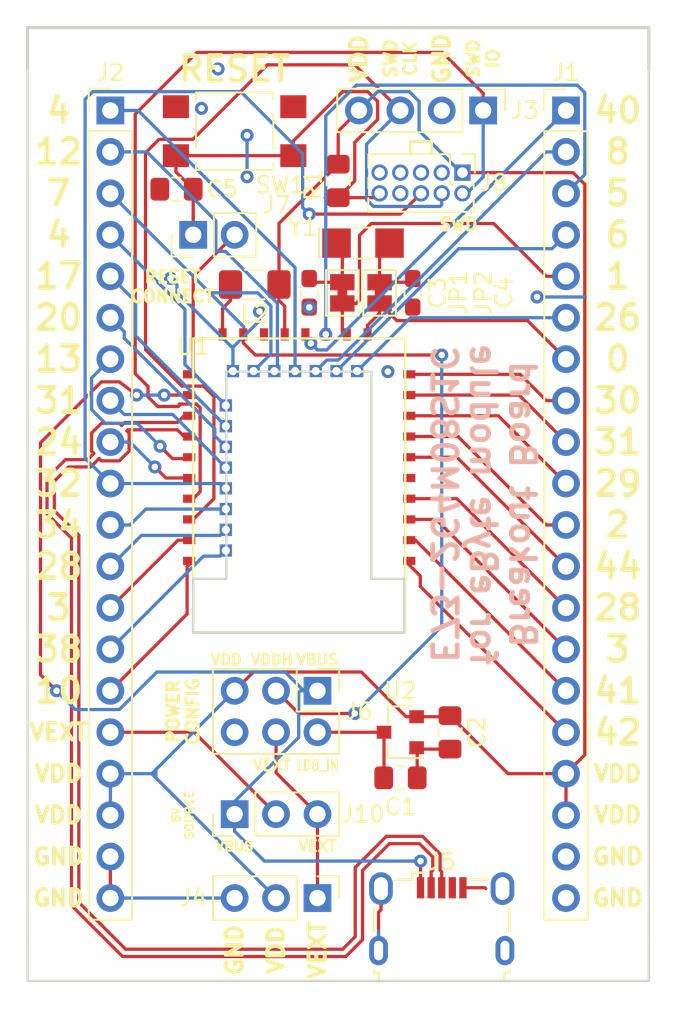
<source format=kicad_pcb>
(kicad_pcb (version 20171130) (host pcbnew 5.0.1)

  (general
    (thickness 1.6)
    (drawings 79)
    (tracks 373)
    (zones 0)
    (modules 22)
    (nets 52)
  )

  (page A4)
  (layers
    (0 F.Cu signal)
    (31 B.Cu signal)
    (32 B.Adhes user)
    (33 F.Adhes user)
    (34 B.Paste user)
    (35 F.Paste user)
    (36 B.SilkS user)
    (37 F.SilkS user)
    (38 B.Mask user)
    (39 F.Mask user)
    (40 Dwgs.User user)
    (41 Cmts.User user)
    (42 Eco1.User user)
    (43 Eco2.User user)
    (44 Edge.Cuts user)
    (45 Margin user)
    (46 B.CrtYd user)
    (47 F.CrtYd user)
    (48 B.Fab user)
    (49 F.Fab user)
  )

  (setup
    (last_trace_width 0.2)
    (trace_clearance 0.2)
    (zone_clearance 0.508)
    (zone_45_only no)
    (trace_min 0.2)
    (segment_width 0.2)
    (edge_width 0.15)
    (via_size 0.8)
    (via_drill 0.4)
    (via_min_size 0.4)
    (via_min_drill 0.3)
    (uvia_size 0.3)
    (uvia_drill 0.1)
    (uvias_allowed no)
    (uvia_min_size 0.2)
    (uvia_min_drill 0.1)
    (pcb_text_width 0.3)
    (pcb_text_size 1.5 1.5)
    (mod_edge_width 0.15)
    (mod_text_size 1 1)
    (mod_text_width 0.15)
    (pad_size 1.524 1.524)
    (pad_drill 0.762)
    (pad_to_mask_clearance 0.051)
    (solder_mask_min_width 0.25)
    (aux_axis_origin 0 0)
    (visible_elements FFFFFF7F)
    (pcbplotparams
      (layerselection 0x010fc_ffffffff)
      (usegerberextensions false)
      (usegerberattributes false)
      (usegerberadvancedattributes false)
      (creategerberjobfile false)
      (excludeedgelayer true)
      (linewidth 0.100000)
      (plotframeref false)
      (viasonmask false)
      (mode 1)
      (useauxorigin false)
      (hpglpennumber 1)
      (hpglpenspeed 20)
      (hpglpendiameter 15.000000)
      (psnegative false)
      (psa4output false)
      (plotreference true)
      (plotvalue true)
      (plotinvisibletext false)
      (padsonsilk false)
      (subtractmaskfromsilk false)
      (outputformat 1)
      (mirror false)
      (drillshape 0)
      (scaleselection 1)
      (outputdirectory "gerber"))
  )

  (net 0 "")
  (net 1 VDD)
  (net 2 GND)
  (net 3 SWDIO)
  (net 4 SWDCLK)
  (net 5 26)
  (net 6 !RST)
  (net 7 LDO_IN)
  (net 8 VEXT)
  (net 9 VBUS)
  (net 10 D-)
  (net 11 D+)
  (net 12 VDDH)
  (net 13 "Net-(L2-Pad2)")
  (net 14 9)
  (net 15 8)
  (net 16 7)
  (net 17 6)
  (net 18 5)
  (net 19 4)
  (net 20 3)
  (net 21 2)
  (net 22 31)
  (net 23 30)
  (net 24 29)
  (net 25 28)
  (net 26 22)
  (net 27 20)
  (net 28 17)
  (net 29 15)
  (net 30 13)
  (net 31 12)
  (net 32 10)
  (net 33 32)
  (net 34 42)
  (net 35 41)
  (net 36 44)
  (net 37 0)
  (net 38 1)
  (net 39 40)
  (net 40 34)
  (net 41 XL1)
  (net 42 XL2)
  (net 43 24)
  (net 44 38)
  (net 45 36)
  (net 46 18)
  (net 47 5V)
  (net 48 "Net-(J5-Pad4)")
  (net 49 "Net-(J6-Pad6)")
  (net 50 "Net-(J8-Pad7)")
  (net 51 "Net-(J8-Pad8)")

  (net_class Default "Dit is de standaard class."
    (clearance 0.2)
    (trace_width 0.2)
    (via_dia 0.8)
    (via_drill 0.4)
    (uvia_dia 0.3)
    (uvia_drill 0.1)
    (add_net !RST)
    (add_net 0)
    (add_net 1)
    (add_net 10)
    (add_net 12)
    (add_net 13)
    (add_net 15)
    (add_net 17)
    (add_net 18)
    (add_net 2)
    (add_net 20)
    (add_net 22)
    (add_net 24)
    (add_net 26)
    (add_net 28)
    (add_net 29)
    (add_net 3)
    (add_net 30)
    (add_net 31)
    (add_net 32)
    (add_net 34)
    (add_net 36)
    (add_net 38)
    (add_net 4)
    (add_net 40)
    (add_net 41)
    (add_net 42)
    (add_net 44)
    (add_net 5)
    (add_net 5V)
    (add_net 6)
    (add_net 7)
    (add_net 8)
    (add_net 9)
    (add_net D+)
    (add_net D-)
    (add_net GND)
    (add_net LDO_IN)
    (add_net "Net-(J5-Pad4)")
    (add_net "Net-(J6-Pad6)")
    (add_net "Net-(J8-Pad7)")
    (add_net "Net-(J8-Pad8)")
    (add_net "Net-(L2-Pad2)")
    (add_net SWDCLK)
    (add_net SWDIO)
    (add_net VBUS)
    (add_net VDD)
    (add_net VDDH)
    (add_net VEXT)
    (add_net XL1)
    (add_net XL2)
  )

  (module libp:E73-C (layer F.Cu) (tedit 5BEC9C20) (tstamp 5BECA919)
    (at 142.24 69.85)
    (path /5BE7291E)
    (fp_text reference U1 (at 0 0.5) (layer F.SilkS)
      (effects (font (size 1 1) (thickness 0.15)))
    )
    (fp_text value E73-C (at 0 -0.5) (layer F.Fab)
      (effects (font (size 1 1) (thickness 0.15)))
    )
    (fp_line (start 0 18) (end 0 0) (layer F.SilkS) (width 0.15))
    (fp_line (start 13 18) (end 0 18) (layer F.SilkS) (width 0.15))
    (fp_line (start 13 0) (end 13 18) (layer F.SilkS) (width 0.15))
    (fp_line (start 0 0) (end 13 0) (layer F.SilkS) (width 0.15))
    (pad 1 smd rect (at 13 13.63) (size 0.75 0.5) (drill (offset 0.25 0)) (layers F.Cu F.Paste F.Mask)
      (net 34 42))
    (pad 2 smd rect (at 13 12.36) (size 0.75 0.5) (drill (offset 0.25 0)) (layers F.Cu F.Paste F.Mask)
      (net 35 41))
    (pad 3 smd rect (at 13 11.09) (size 0.75 0.5) (drill (offset 0.25 0)) (layers F.Cu F.Paste F.Mask)
      (net 20 3))
    (pad 4 smd rect (at 13 9.82) (size 0.75 0.5) (drill (offset 0.25 0)) (layers F.Cu F.Paste F.Mask)
      (net 25 28))
    (pad 5 smd rect (at 13 8.55) (size 0.75 0.5) (drill (offset 0.25 0)) (layers F.Cu F.Paste F.Mask)
      (net 2 GND))
    (pad 6 smd rect (at 13 7.28) (size 0.75 0.5) (drill (offset 0.25 0)) (layers F.Cu F.Paste F.Mask)
      (net 36 44))
    (pad 7 smd rect (at 13 6.01) (size 0.75 0.5) (drill (offset 0.25 0)) (layers F.Cu F.Paste F.Mask)
      (net 21 2))
    (pad 8 smd rect (at 13 4.74) (size 0.75 0.5) (drill (offset 0.25 0)) (layers F.Cu F.Paste F.Mask)
      (net 24 29))
    (pad 9 smd rect (at 13 3.47) (size 0.75 0.5) (drill (offset 0.25 0)) (layers F.Cu F.Paste F.Mask)
      (net 22 31))
    (pad 10 smd rect (at 13 2.2) (size 0.75 0.5) (drill (offset 0.25 0)) (layers F.Cu F.Paste F.Mask)
      (net 23 30))
    (pad 12 thru_hole rect (at 10.055 2) (size 0.75 0.75) (drill 0.5) (layers *.Cu *.Mask)
      (net 5 26))
    (pad 14 thru_hole rect (at 8.785 2) (size 0.75 0.75) (drill 0.5) (layers *.Cu *.Mask)
      (net 17 6))
    (pad 16 thru_hole rect (at 7.515 2) (size 0.75 0.75) (drill 0.5) (layers *.Cu *.Mask)
      (net 15 8))
    (pad 18 thru_hole rect (at 6.245 2) (size 0.75 0.75) (drill 0.5) (layers *.Cu *.Mask)
      (net 19 4))
    (pad 20 thru_hole rect (at 4.975 2) (size 0.75 0.75) (drill 0.5) (layers *.Cu *.Mask)
      (net 31 12))
    (pad 22 thru_hole rect (at 3.705 2) (size 0.75 0.75) (drill 0.5) (layers *.Cu *.Mask)
      (net 16 7))
    (pad 24 thru_hole rect (at 2.435 2) (size 0.75 0.75) (drill 0.5) (layers *.Cu *.Mask)
      (net 2 GND))
    (pad 11 smd rect (at 10.69 0) (size 0.5 0.75) (drill (offset 0 -0.25)) (layers F.Cu F.Paste F.Mask)
      (net 37 0))
    (pad 13 smd rect (at 9.42 0) (size 0.5 0.75) (drill (offset 0 -0.25)) (layers F.Cu F.Paste F.Mask)
      (net 38 1))
    (pad 15 smd rect (at 8.15 0) (size 0.5 0.75) (drill (offset 0 -0.25)) (layers F.Cu F.Paste F.Mask)
      (net 18 5))
    (pad 17 smd rect (at 6.88 0) (size 0.5 0.75) (drill (offset 0 -0.25)) (layers F.Cu F.Paste F.Mask)
      (net 39 40))
    (pad 19 smd rect (at 5.61 0) (size 0.5 0.75) (drill (offset 0 -0.25)) (layers F.Cu F.Paste F.Mask)
      (net 1 VDD))
    (pad 21 smd rect (at 4.34 0) (size 0.5 0.75) (drill (offset 0 -0.25)) (layers F.Cu F.Paste F.Mask)
      (net 2 GND))
    (pad 23 smd rect (at 3.07 0) (size 0.5 0.75) (drill (offset 0 -0.25)) (layers F.Cu F.Paste F.Mask)
      (net 12 VDDH))
    (pad 25 smd rect (at 1.8 0) (size 0.5 0.75) (drill (offset 0 -0.25)) (layers F.Cu F.Paste F.Mask)
      (net 13 "Net-(L2-Pad2)"))
    (pad 42 thru_hole rect (at 2 12.995) (size 0.75 0.75) (drill 0.5) (layers *.Cu *.Mask)
      (net 44 38))
    (pad 40 thru_hole rect (at 2 11.725) (size 0.75 0.75) (drill 0.5) (layers *.Cu *.Mask)
      (net 45 36))
    (pad 38 thru_hole rect (at 2 10.455) (size 0.75 0.75) (drill 0.5) (layers *.Cu *.Mask)
      (net 40 34))
    (pad 36 thru_hole rect (at 2 9.185) (size 0.75 0.75) (drill 0.5) (layers *.Cu *.Mask)
      (net 33 32))
    (pad 34 thru_hole rect (at 2 7.915) (size 0.75 0.75) (drill 0.5) (layers *.Cu *.Mask)
      (net 26 22))
    (pad 32 thru_hole rect (at 2 6.645) (size 0.75 0.75) (drill 0.5) (layers *.Cu *.Mask)
      (net 27 20))
    (pad 30 thru_hole rect (at 2 5.375) (size 0.75 0.75) (drill 0.5) (layers *.Cu *.Mask)
      (net 28 17))
    (pad 28 thru_hole rect (at 2 4.105) (size 0.75 0.75) (drill 0.5) (layers *.Cu *.Mask)
      (net 29 15))
    (pad 43 smd rect (at 0 13.63) (size 0.75 0.5) (drill (offset -0.25 0)) (layers F.Cu F.Paste F.Mask)
      (net 32 10))
    (pad 41 smd rect (at 0 12.36) (size 0.75 0.5) (drill (offset -0.25 0)) (layers F.Cu F.Paste F.Mask)
      (net 14 9))
    (pad 39 smd rect (at 0 11.09) (size 0.75 0.5) (drill (offset -0.25 0)) (layers F.Cu F.Paste F.Mask)
      (net 4 SWDCLK))
    (pad 37 smd rect (at 0 9.82) (size 0.75 0.5) (drill (offset -0.25 0)) (layers F.Cu F.Paste F.Mask)
      (net 3 SWDIO))
    (pad 35 smd rect (at 0 8.55) (size 0.75 0.5) (drill (offset -0.25 0)) (layers F.Cu F.Paste F.Mask)
      (net 43 24))
    (pad 33 smd rect (at 0 7.28) (size 0.75 0.5) (drill (offset -0.25 0)) (layers F.Cu F.Paste F.Mask)
      (net 30 13))
    (pad 31 smd rect (at 0 6.01) (size 0.75 0.5) (drill (offset -0.25 0)) (layers F.Cu F.Paste F.Mask)
      (net 11 D+))
    (pad 29 smd rect (at 0 4.74) (size 0.75 0.5) (drill (offset -0.25 0)) (layers F.Cu F.Paste F.Mask)
      (net 10 D-))
    (pad 27 smd rect (at 0 3.47) (size 0.75 0.5) (drill (offset -0.25 0)) (layers F.Cu F.Paste F.Mask)
      (net 9 VBUS))
    (pad 26 smd rect (at 0 2.2) (size 0.75 0.5) (drill (offset -0.25 0)) (layers F.Cu F.Paste F.Mask)
      (net 46 18))
  )

  (module Capacitor_SMD:C_0805_2012Metric_Pad1.15x1.40mm_HandSolder (layer F.Cu) (tedit 5B36C52B) (tstamp 5C0845CA)
    (at 141.215 60.706)
    (descr "Capacitor SMD 0805 (2012 Metric), square (rectangular) end terminal, IPC_7351 nominal with elongated pad for handsoldering. (Body size source: https://docs.google.com/spreadsheets/d/1BsfQQcO9C6DZCsRaXUlFlo91Tg2WpOkGARC1WS5S8t0/edit?usp=sharing), generated with kicad-footprint-generator")
    (tags "capacitor handsolder")
    (path /5BEDE7D7)
    (attr smd)
    (fp_text reference C5 (at 2.803 0) (layer F.SilkS)
      (effects (font (size 1 1) (thickness 0.15)))
    )
    (fp_text value C_Small (at 0 1.65) (layer F.Fab)
      (effects (font (size 1 1) (thickness 0.15)))
    )
    (fp_line (start -1 0.6) (end -1 -0.6) (layer F.Fab) (width 0.1))
    (fp_line (start -1 -0.6) (end 1 -0.6) (layer F.Fab) (width 0.1))
    (fp_line (start 1 -0.6) (end 1 0.6) (layer F.Fab) (width 0.1))
    (fp_line (start 1 0.6) (end -1 0.6) (layer F.Fab) (width 0.1))
    (fp_line (start -0.261252 -0.71) (end 0.261252 -0.71) (layer F.SilkS) (width 0.12))
    (fp_line (start -0.261252 0.71) (end 0.261252 0.71) (layer F.SilkS) (width 0.12))
    (fp_line (start -1.85 0.95) (end -1.85 -0.95) (layer F.CrtYd) (width 0.05))
    (fp_line (start -1.85 -0.95) (end 1.85 -0.95) (layer F.CrtYd) (width 0.05))
    (fp_line (start 1.85 -0.95) (end 1.85 0.95) (layer F.CrtYd) (width 0.05))
    (fp_line (start 1.85 0.95) (end -1.85 0.95) (layer F.CrtYd) (width 0.05))
    (fp_text user %R (at 0 0) (layer F.Fab)
      (effects (font (size 0.5 0.5) (thickness 0.08)))
    )
    (pad 1 smd roundrect (at -1.025 0) (size 1.15 1.4) (layers F.Cu F.Paste F.Mask) (roundrect_rratio 0.217391)
      (net 2 GND))
    (pad 2 smd roundrect (at 1.025 0) (size 1.15 1.4) (layers F.Cu F.Paste F.Mask) (roundrect_rratio 0.217391)
      (net 6 !RST))
    (model ${KISYS3DMOD}/Capacitor_SMD.3dshapes/C_0805_2012Metric.wrl
      (at (xyz 0 0 0))
      (scale (xyz 1 1 1))
      (rotate (xyz 0 0 0))
    )
  )

  (module Inductor_SMD:L_1206_3216Metric_Pad1.42x1.75mm_HandSolder (layer F.Cu) (tedit 5B301BBE) (tstamp 5C08435F)
    (at 146.0135 66.548 180)
    (descr "Capacitor SMD 1206 (3216 Metric), square (rectangular) end terminal, IPC_7351 nominal with elongated pad for handsoldering. (Body size source: http://www.tortai-tech.com/upload/download/2011102023233369053.pdf), generated with kicad-footprint-generator")
    (tags "inductor handsolder")
    (path /5BE59D93)
    (attr smd)
    (fp_text reference L2 (at 0 -1.82 180) (layer F.SilkS)
      (effects (font (size 1 1) (thickness 0.15)))
    )
    (fp_text value 10u (at 0 1.82 180) (layer F.Fab)
      (effects (font (size 1 1) (thickness 0.15)))
    )
    (fp_line (start -1.6 0.8) (end -1.6 -0.8) (layer F.Fab) (width 0.1))
    (fp_line (start -1.6 -0.8) (end 1.6 -0.8) (layer F.Fab) (width 0.1))
    (fp_line (start 1.6 -0.8) (end 1.6 0.8) (layer F.Fab) (width 0.1))
    (fp_line (start 1.6 0.8) (end -1.6 0.8) (layer F.Fab) (width 0.1))
    (fp_line (start -0.602064 -0.91) (end 0.602064 -0.91) (layer F.SilkS) (width 0.12))
    (fp_line (start -0.602064 0.91) (end 0.602064 0.91) (layer F.SilkS) (width 0.12))
    (fp_line (start -2.45 1.12) (end -2.45 -1.12) (layer F.CrtYd) (width 0.05))
    (fp_line (start -2.45 -1.12) (end 2.45 -1.12) (layer F.CrtYd) (width 0.05))
    (fp_line (start 2.45 -1.12) (end 2.45 1.12) (layer F.CrtYd) (width 0.05))
    (fp_line (start 2.45 1.12) (end -2.45 1.12) (layer F.CrtYd) (width 0.05))
    (fp_text user %R (at 0 0 180) (layer F.Fab)
      (effects (font (size 0.8 0.8) (thickness 0.12)))
    )
    (pad 1 smd roundrect (at -1.4875 0 180) (size 1.425 1.75) (layers F.Cu F.Paste F.Mask) (roundrect_rratio 0.175439)
      (net 1 VDD))
    (pad 2 smd roundrect (at 1.4875 0 180) (size 1.425 1.75) (layers F.Cu F.Paste F.Mask) (roundrect_rratio 0.175439)
      (net 13 "Net-(L2-Pad2)"))
    (model ${KISYS3DMOD}/Inductor_SMD.3dshapes/L_1206_3216Metric.wrl
      (at (xyz 0 0 0))
      (scale (xyz 1 1 1))
      (rotate (xyz 0 0 0))
    )
  )

  (module Resistor_SMD:R_0805_2012Metric_Pad1.15x1.40mm_HandSolder (layer F.Cu) (tedit 5C07FCCE) (tstamp 5C0842E3)
    (at 151.13 60.198 270)
    (descr "Resistor SMD 0805 (2012 Metric), square (rectangular) end terminal, IPC_7351 nominal with elongated pad for handsoldering. (Body size source: https://docs.google.com/spreadsheets/d/1BsfQQcO9C6DZCsRaXUlFlo91Tg2WpOkGARC1WS5S8t0/edit?usp=sharing), generated with kicad-footprint-generator")
    (tags "resistor handsolder")
    (path /5BE7112F)
    (attr smd)
    (fp_text reference R1 (at 0.254 1.524 270) (layer F.SilkS)
      (effects (font (size 1 1) (thickness 0.15)))
    )
    (fp_text value 10K (at 0 1.65 270) (layer F.Fab)
      (effects (font (size 1 1) (thickness 0.15)))
    )
    (fp_line (start -1 0.6) (end -1 -0.6) (layer F.Fab) (width 0.1))
    (fp_line (start -1 -0.6) (end 1 -0.6) (layer F.Fab) (width 0.1))
    (fp_line (start 1 -0.6) (end 1 0.6) (layer F.Fab) (width 0.1))
    (fp_line (start 1 0.6) (end -1 0.6) (layer F.Fab) (width 0.1))
    (fp_line (start -0.261252 -0.71) (end 0.261252 -0.71) (layer F.SilkS) (width 0.12))
    (fp_line (start -0.261252 0.71) (end 0.261252 0.71) (layer F.SilkS) (width 0.12))
    (fp_line (start -1.85 0.95) (end -1.85 -0.95) (layer F.CrtYd) (width 0.05))
    (fp_line (start -1.85 -0.95) (end 1.85 -0.95) (layer F.CrtYd) (width 0.05))
    (fp_line (start 1.85 -0.95) (end 1.85 0.95) (layer F.CrtYd) (width 0.05))
    (fp_line (start 1.85 0.95) (end -1.85 0.95) (layer F.CrtYd) (width 0.05))
    (fp_text user %R (at 0 0 270) (layer F.Fab)
      (effects (font (size 0.5 0.5) (thickness 0.08)))
    )
    (pad 1 smd roundrect (at -1.025 0 270) (size 1.15 1.4) (layers F.Cu F.Paste F.Mask) (roundrect_rratio 0.217391)
      (net 1 VDD))
    (pad 2 smd roundrect (at 1.025 0 270) (size 1.15 1.4) (layers F.Cu F.Paste F.Mask) (roundrect_rratio 0.217391)
      (net 6 !RST))
    (model ${KISYS3DMOD}/Resistor_SMD.3dshapes/R_0805_2012Metric.wrl
      (at (xyz 0 0 0))
      (scale (xyz 1 1 1))
      (rotate (xyz 0 0 0))
    )
  )

  (module Jumper:SolderJumper-2_P1.3mm_Bridged_Pad1.0x1.5mm (layer F.Cu) (tedit 5C07FD17) (tstamp 5C086578)
    (at 151.384 67.056 90)
    (descr "SMD Solder Jumper, 1x1.5mm Pads, 0.3mm gap, bridged with 1 copper strip")
    (tags "solder jumper open")
    (path /5C080CE5)
    (attr virtual)
    (fp_text reference JP1 (at 0 7.112 90) (layer F.SilkS)
      (effects (font (size 1 1) (thickness 0.15)))
    )
    (fp_text value SolderJumper_2_Bridged (at 0 1.9 90) (layer F.Fab)
      (effects (font (size 1 1) (thickness 0.15)))
    )
    (fp_line (start 1.65 1.25) (end -1.65 1.25) (layer F.CrtYd) (width 0.05))
    (fp_line (start 1.65 1.25) (end 1.65 -1.25) (layer F.CrtYd) (width 0.05))
    (fp_line (start -1.65 -1.25) (end -1.65 1.25) (layer F.CrtYd) (width 0.05))
    (fp_line (start -1.65 -1.25) (end 1.65 -1.25) (layer F.CrtYd) (width 0.05))
    (fp_line (start -1.4 -1) (end 1.4 -1) (layer F.SilkS) (width 0.12))
    (fp_line (start 1.4 -1) (end 1.4 1) (layer F.SilkS) (width 0.12))
    (fp_line (start 1.4 1) (end -1.4 1) (layer F.SilkS) (width 0.12))
    (fp_line (start -1.4 1) (end -1.4 -1) (layer F.SilkS) (width 0.12))
    (pad 2 smd rect (at 0.65 0 90) (size 1 1.5) (layers F.Cu F.Mask)
      (net 41 XL1))
    (pad 1 smd custom (at -0.65 0 90) (size 1 1.5) (layers F.Cu F.Mask)
      (net 38 1)
      (options (clearance outline) (anchor rect))
      (primitives
        (gr_poly (pts
           (xy 0.4 -0.3) (xy 0.9 -0.3) (xy 0.9 0.3) (xy 0.4 0.3)) (width 0))
      ))
  )

  (module Jumper:SolderJumper-2_P1.3mm_Bridged_Pad1.0x1.5mm (layer F.Cu) (tedit 5C07FCFA) (tstamp 5C0817AB)
    (at 153.67 67.056 90)
    (descr "SMD Solder Jumper, 1x1.5mm Pads, 0.3mm gap, bridged with 1 copper strip")
    (tags "solder jumper open")
    (path /5C080D8A)
    (attr virtual)
    (fp_text reference JP2 (at 0 6.35 90) (layer F.SilkS)
      (effects (font (size 1 1) (thickness 0.15)))
    )
    (fp_text value SolderJumper_2_Bridged (at 0 1.9 90) (layer F.Fab)
      (effects (font (size 1 1) (thickness 0.15)))
    )
    (fp_line (start -1.4 1) (end -1.4 -1) (layer F.SilkS) (width 0.12))
    (fp_line (start 1.4 1) (end -1.4 1) (layer F.SilkS) (width 0.12))
    (fp_line (start 1.4 -1) (end 1.4 1) (layer F.SilkS) (width 0.12))
    (fp_line (start -1.4 -1) (end 1.4 -1) (layer F.SilkS) (width 0.12))
    (fp_line (start -1.65 -1.25) (end 1.65 -1.25) (layer F.CrtYd) (width 0.05))
    (fp_line (start -1.65 -1.25) (end -1.65 1.25) (layer F.CrtYd) (width 0.05))
    (fp_line (start 1.65 1.25) (end 1.65 -1.25) (layer F.CrtYd) (width 0.05))
    (fp_line (start 1.65 1.25) (end -1.65 1.25) (layer F.CrtYd) (width 0.05))
    (pad 1 smd custom (at -0.65 0 90) (size 1 1.5) (layers F.Cu F.Mask)
      (net 37 0)
      (options (clearance outline) (anchor rect))
      (primitives
        (gr_poly (pts
           (xy 0.4 -0.3) (xy 0.9 -0.3) (xy 0.9 0.3) (xy 0.4 0.3)) (width 0))
      ))
    (pad 2 smd rect (at 0.65 0 90) (size 1 1.5) (layers F.Cu F.Mask)
      (net 42 XL2))
  )

  (module Capacitor_SMD:C_0805_2012Metric_Pad1.15x1.40mm_HandSolder (layer F.Cu) (tedit 5B36C52B) (tstamp 5C080D36)
    (at 157.988 93.989 270)
    (descr "Capacitor SMD 0805 (2012 Metric), square (rectangular) end terminal, IPC_7351 nominal with elongated pad for handsoldering. (Body size source: https://docs.google.com/spreadsheets/d/1BsfQQcO9C6DZCsRaXUlFlo91Tg2WpOkGARC1WS5S8t0/edit?usp=sharing), generated with kicad-footprint-generator")
    (tags "capacitor handsolder")
    (path /5BE5BA2C)
    (attr smd)
    (fp_text reference C2 (at 0 -1.65 270) (layer F.SilkS)
      (effects (font (size 1 1) (thickness 0.15)))
    )
    (fp_text value 2u2 (at 0 1.65 270) (layer F.Fab)
      (effects (font (size 1 1) (thickness 0.15)))
    )
    (fp_text user %R (at 0 0 270) (layer F.Fab)
      (effects (font (size 0.5 0.5) (thickness 0.08)))
    )
    (fp_line (start 1.85 0.95) (end -1.85 0.95) (layer F.CrtYd) (width 0.05))
    (fp_line (start 1.85 -0.95) (end 1.85 0.95) (layer F.CrtYd) (width 0.05))
    (fp_line (start -1.85 -0.95) (end 1.85 -0.95) (layer F.CrtYd) (width 0.05))
    (fp_line (start -1.85 0.95) (end -1.85 -0.95) (layer F.CrtYd) (width 0.05))
    (fp_line (start -0.261252 0.71) (end 0.261252 0.71) (layer F.SilkS) (width 0.12))
    (fp_line (start -0.261252 -0.71) (end 0.261252 -0.71) (layer F.SilkS) (width 0.12))
    (fp_line (start 1 0.6) (end -1 0.6) (layer F.Fab) (width 0.1))
    (fp_line (start 1 -0.6) (end 1 0.6) (layer F.Fab) (width 0.1))
    (fp_line (start -1 -0.6) (end 1 -0.6) (layer F.Fab) (width 0.1))
    (fp_line (start -1 0.6) (end -1 -0.6) (layer F.Fab) (width 0.1))
    (pad 2 smd roundrect (at 1.025 0 270) (size 1.15 1.4) (layers F.Cu F.Paste F.Mask) (roundrect_rratio 0.217391)
      (net 2 GND))
    (pad 1 smd roundrect (at -1.025 0 270) (size 1.15 1.4) (layers F.Cu F.Paste F.Mask) (roundrect_rratio 0.217391)
      (net 1 VDD))
    (model ${KISYS3DMOD}/Capacitor_SMD.3dshapes/C_0805_2012Metric.wrl
      (at (xyz 0 0 0))
      (scale (xyz 1 1 1))
      (rotate (xyz 0 0 0))
    )
  )

  (module Capacitor_SMD:C_0805_2012Metric_Pad1.15x1.40mm_HandSolder (layer F.Cu) (tedit 5B36C52B) (tstamp 5C080D26)
    (at 154.949 96.774)
    (descr "Capacitor SMD 0805 (2012 Metric), square (rectangular) end terminal, IPC_7351 nominal with elongated pad for handsoldering. (Body size source: https://docs.google.com/spreadsheets/d/1BsfQQcO9C6DZCsRaXUlFlo91Tg2WpOkGARC1WS5S8t0/edit?usp=sharing), generated with kicad-footprint-generator")
    (tags "capacitor handsolder")
    (path /5BE5BA7E)
    (attr smd)
    (fp_text reference C1 (at 0 1.778) (layer F.SilkS)
      (effects (font (size 1 1) (thickness 0.15)))
    )
    (fp_text value 1u (at 0 1.65) (layer F.Fab)
      (effects (font (size 1 1) (thickness 0.15)))
    )
    (fp_line (start -1 0.6) (end -1 -0.6) (layer F.Fab) (width 0.1))
    (fp_line (start -1 -0.6) (end 1 -0.6) (layer F.Fab) (width 0.1))
    (fp_line (start 1 -0.6) (end 1 0.6) (layer F.Fab) (width 0.1))
    (fp_line (start 1 0.6) (end -1 0.6) (layer F.Fab) (width 0.1))
    (fp_line (start -0.261252 -0.71) (end 0.261252 -0.71) (layer F.SilkS) (width 0.12))
    (fp_line (start -0.261252 0.71) (end 0.261252 0.71) (layer F.SilkS) (width 0.12))
    (fp_line (start -1.85 0.95) (end -1.85 -0.95) (layer F.CrtYd) (width 0.05))
    (fp_line (start -1.85 -0.95) (end 1.85 -0.95) (layer F.CrtYd) (width 0.05))
    (fp_line (start 1.85 -0.95) (end 1.85 0.95) (layer F.CrtYd) (width 0.05))
    (fp_line (start 1.85 0.95) (end -1.85 0.95) (layer F.CrtYd) (width 0.05))
    (fp_text user %R (at 0 0) (layer F.Fab)
      (effects (font (size 0.5 0.5) (thickness 0.08)))
    )
    (pad 1 smd roundrect (at -1.025 0) (size 1.15 1.4) (layers F.Cu F.Paste F.Mask) (roundrect_rratio 0.217391)
      (net 7 LDO_IN))
    (pad 2 smd roundrect (at 1.025 0) (size 1.15 1.4) (layers F.Cu F.Paste F.Mask) (roundrect_rratio 0.217391)
      (net 2 GND))
    (model ${KISYS3DMOD}/Capacitor_SMD.3dshapes/C_0805_2012Metric.wrl
      (at (xyz 0 0 0))
      (scale (xyz 1 1 1))
      (rotate (xyz 0 0 0))
    )
  )

  (module Package_TO_SOT_SMD:SOT-23 (layer F.Cu) (tedit 5A02FF57) (tstamp 5C080A88)
    (at 154.94 93.98 180)
    (descr "SOT-23, Standard")
    (tags SOT-23)
    (path /5C08064D)
    (attr smd)
    (fp_text reference U2 (at 0 2.54 180) (layer F.SilkS)
      (effects (font (size 1 1) (thickness 0.15)))
    )
    (fp_text value MCP1700-3302E_SOT23 (at 0 2.5 180) (layer F.Fab)
      (effects (font (size 1 1) (thickness 0.15)))
    )
    (fp_text user %R (at 0 0 270) (layer F.Fab)
      (effects (font (size 0.5 0.5) (thickness 0.075)))
    )
    (fp_line (start -0.7 -0.95) (end -0.7 1.5) (layer F.Fab) (width 0.1))
    (fp_line (start -0.15 -1.52) (end 0.7 -1.52) (layer F.Fab) (width 0.1))
    (fp_line (start -0.7 -0.95) (end -0.15 -1.52) (layer F.Fab) (width 0.1))
    (fp_line (start 0.7 -1.52) (end 0.7 1.52) (layer F.Fab) (width 0.1))
    (fp_line (start -0.7 1.52) (end 0.7 1.52) (layer F.Fab) (width 0.1))
    (fp_line (start 0.76 1.58) (end 0.76 0.65) (layer F.SilkS) (width 0.12))
    (fp_line (start 0.76 -1.58) (end 0.76 -0.65) (layer F.SilkS) (width 0.12))
    (fp_line (start -1.7 -1.75) (end 1.7 -1.75) (layer F.CrtYd) (width 0.05))
    (fp_line (start 1.7 -1.75) (end 1.7 1.75) (layer F.CrtYd) (width 0.05))
    (fp_line (start 1.7 1.75) (end -1.7 1.75) (layer F.CrtYd) (width 0.05))
    (fp_line (start -1.7 1.75) (end -1.7 -1.75) (layer F.CrtYd) (width 0.05))
    (fp_line (start 0.76 -1.58) (end -1.4 -1.58) (layer F.SilkS) (width 0.12))
    (fp_line (start 0.76 1.58) (end -0.7 1.58) (layer F.SilkS) (width 0.12))
    (pad 1 smd rect (at -1 -0.95 180) (size 0.9 0.8) (layers F.Cu F.Paste F.Mask)
      (net 2 GND))
    (pad 2 smd rect (at -1 0.95 180) (size 0.9 0.8) (layers F.Cu F.Paste F.Mask)
      (net 1 VDD))
    (pad 3 smd rect (at 1 0 180) (size 0.9 0.8) (layers F.Cu F.Paste F.Mask)
      (net 7 LDO_IN))
    (model ${KISYS3DMOD}/Package_TO_SOT_SMD.3dshapes/SOT-23.wrl
      (at (xyz 0 0 0))
      (scale (xyz 1 1 1))
      (rotate (xyz 0 0 0))
    )
  )

  (module Connector_PinHeader_2.54mm:PinHeader_2x03_P2.54mm_Vertical (layer F.Cu) (tedit 5BE9D65C) (tstamp 5BF3D146)
    (at 149.86 91.44 270)
    (descr "Through hole straight pin header, 2x03, 2.54mm pitch, double rows")
    (tags "Through hole pin header THT 2x03 2.54mm double row")
    (path /5BE751CC)
    (fp_text reference J6 (at 1.27 -2.54) (layer F.SilkS)
      (effects (font (size 1 1) (thickness 0.15)))
    )
    (fp_text value Conn_02x03_Odd_Even (at 1.27 7.41 270) (layer F.Fab)
      (effects (font (size 1 1) (thickness 0.15)))
    )
    (fp_line (start 0 -1.27) (end 3.81 -1.27) (layer F.Fab) (width 0.1))
    (fp_line (start 3.81 -1.27) (end 3.81 6.35) (layer F.Fab) (width 0.1))
    (fp_line (start 3.81 6.35) (end -1.27 6.35) (layer F.Fab) (width 0.1))
    (fp_line (start -1.27 6.35) (end -1.27 0) (layer F.Fab) (width 0.1))
    (fp_line (start -1.27 0) (end 0 -1.27) (layer F.Fab) (width 0.1))
    (fp_line (start -1.33 6.41) (end 3.87 6.41) (layer F.SilkS) (width 0.12))
    (fp_line (start -1.33 1.27) (end -1.33 6.41) (layer F.SilkS) (width 0.12))
    (fp_line (start 3.87 -1.33) (end 3.87 6.41) (layer F.SilkS) (width 0.12))
    (fp_line (start -1.33 1.27) (end 1.27 1.27) (layer F.SilkS) (width 0.12))
    (fp_line (start 1.27 1.27) (end 1.27 -1.33) (layer F.SilkS) (width 0.12))
    (fp_line (start 1.27 -1.33) (end 3.87 -1.33) (layer F.SilkS) (width 0.12))
    (fp_line (start -1.33 0) (end -1.33 -1.33) (layer F.SilkS) (width 0.12))
    (fp_line (start -1.33 -1.33) (end 0 -1.33) (layer F.SilkS) (width 0.12))
    (fp_line (start -1.8 -1.8) (end -1.8 6.85) (layer F.CrtYd) (width 0.05))
    (fp_line (start -1.8 6.85) (end 4.35 6.85) (layer F.CrtYd) (width 0.05))
    (fp_line (start 4.35 6.85) (end 4.35 -1.8) (layer F.CrtYd) (width 0.05))
    (fp_line (start 4.35 -1.8) (end -1.8 -1.8) (layer F.CrtYd) (width 0.05))
    (fp_text user %R (at 1.27 2.54) (layer F.Fab)
      (effects (font (size 1 1) (thickness 0.15)))
    )
    (pad 1 thru_hole rect (at 0 0 270) (size 1.7 1.7) (drill 1) (layers *.Cu *.Mask)
      (net 9 VBUS))
    (pad 2 thru_hole oval (at 2.54 0 270) (size 1.7 1.7) (drill 1) (layers *.Cu *.Mask)
      (net 7 LDO_IN))
    (pad 3 thru_hole oval (at 0 2.54 270) (size 1.7 1.7) (drill 1) (layers *.Cu *.Mask)
      (net 12 VDDH))
    (pad 4 thru_hole oval (at 2.54 2.54 270) (size 1.7 1.7) (drill 1) (layers *.Cu *.Mask)
      (net 8 VEXT))
    (pad 5 thru_hole oval (at 0 5.08 270) (size 1.7 1.7) (drill 1) (layers *.Cu *.Mask)
      (net 1 VDD))
    (pad 6 thru_hole oval (at 2.54 5.08 270) (size 1.7 1.7) (drill 1) (layers *.Cu *.Mask)
      (net 49 "Net-(J6-Pad6)"))
    (model ${KISYS3DMOD}/Connector_PinHeader_2.54mm.3dshapes/PinHeader_2x03_P2.54mm_Vertical.wrl
      (at (xyz 0 0 0))
      (scale (xyz 1 1 1))
      (rotate (xyz 0 0 0))
    )
  )

  (module Connector_PinHeader_2.54mm:PinHeader_1x20_P2.54mm_Vertical (layer F.Cu) (tedit 59FED5CC) (tstamp 5BF20877)
    (at 165.1 55.88)
    (descr "Through hole straight pin header, 1x20, 2.54mm pitch, single row")
    (tags "Through hole pin header THT 1x20 2.54mm single row")
    (path /5BE5A72F)
    (fp_text reference J1 (at 0 -2.33) (layer F.SilkS)
      (effects (font (size 1 1) (thickness 0.15)))
    )
    (fp_text value Conn_01x20_Male (at 0 50.59) (layer F.Fab)
      (effects (font (size 1 1) (thickness 0.15)))
    )
    (fp_line (start -0.635 -1.27) (end 1.27 -1.27) (layer F.Fab) (width 0.1))
    (fp_line (start 1.27 -1.27) (end 1.27 49.53) (layer F.Fab) (width 0.1))
    (fp_line (start 1.27 49.53) (end -1.27 49.53) (layer F.Fab) (width 0.1))
    (fp_line (start -1.27 49.53) (end -1.27 -0.635) (layer F.Fab) (width 0.1))
    (fp_line (start -1.27 -0.635) (end -0.635 -1.27) (layer F.Fab) (width 0.1))
    (fp_line (start -1.33 49.59) (end 1.33 49.59) (layer F.SilkS) (width 0.12))
    (fp_line (start -1.33 1.27) (end -1.33 49.59) (layer F.SilkS) (width 0.12))
    (fp_line (start 1.33 1.27) (end 1.33 49.59) (layer F.SilkS) (width 0.12))
    (fp_line (start -1.33 1.27) (end 1.33 1.27) (layer F.SilkS) (width 0.12))
    (fp_line (start -1.33 0) (end -1.33 -1.33) (layer F.SilkS) (width 0.12))
    (fp_line (start -1.33 -1.33) (end 0 -1.33) (layer F.SilkS) (width 0.12))
    (fp_line (start -1.8 -1.8) (end -1.8 50.05) (layer F.CrtYd) (width 0.05))
    (fp_line (start -1.8 50.05) (end 1.8 50.05) (layer F.CrtYd) (width 0.05))
    (fp_line (start 1.8 50.05) (end 1.8 -1.8) (layer F.CrtYd) (width 0.05))
    (fp_line (start 1.8 -1.8) (end -1.8 -1.8) (layer F.CrtYd) (width 0.05))
    (fp_text user %R (at 0 24.13 90) (layer F.Fab)
      (effects (font (size 1 1) (thickness 0.15)))
    )
    (pad 1 thru_hole rect (at 0 0) (size 1.7 1.7) (drill 1) (layers *.Cu *.Mask)
      (net 39 40))
    (pad 2 thru_hole oval (at 0 2.54) (size 1.7 1.7) (drill 1) (layers *.Cu *.Mask)
      (net 15 8))
    (pad 3 thru_hole oval (at 0 5.08) (size 1.7 1.7) (drill 1) (layers *.Cu *.Mask)
      (net 18 5))
    (pad 4 thru_hole oval (at 0 7.62) (size 1.7 1.7) (drill 1) (layers *.Cu *.Mask)
      (net 17 6))
    (pad 5 thru_hole oval (at 0 10.16) (size 1.7 1.7) (drill 1) (layers *.Cu *.Mask)
      (net 38 1))
    (pad 6 thru_hole oval (at 0 12.7) (size 1.7 1.7) (drill 1) (layers *.Cu *.Mask)
      (net 5 26))
    (pad 7 thru_hole oval (at 0 15.24) (size 1.7 1.7) (drill 1) (layers *.Cu *.Mask)
      (net 37 0))
    (pad 8 thru_hole oval (at 0 17.78) (size 1.7 1.7) (drill 1) (layers *.Cu *.Mask)
      (net 23 30))
    (pad 9 thru_hole oval (at 0 20.32) (size 1.7 1.7) (drill 1) (layers *.Cu *.Mask)
      (net 22 31))
    (pad 10 thru_hole oval (at 0 22.86) (size 1.7 1.7) (drill 1) (layers *.Cu *.Mask)
      (net 24 29))
    (pad 11 thru_hole oval (at 0 25.4) (size 1.7 1.7) (drill 1) (layers *.Cu *.Mask)
      (net 21 2))
    (pad 12 thru_hole oval (at 0 27.94) (size 1.7 1.7) (drill 1) (layers *.Cu *.Mask)
      (net 36 44))
    (pad 13 thru_hole oval (at 0 30.48) (size 1.7 1.7) (drill 1) (layers *.Cu *.Mask)
      (net 25 28))
    (pad 14 thru_hole oval (at 0 33.02) (size 1.7 1.7) (drill 1) (layers *.Cu *.Mask)
      (net 20 3))
    (pad 15 thru_hole oval (at 0 35.56) (size 1.7 1.7) (drill 1) (layers *.Cu *.Mask)
      (net 35 41))
    (pad 16 thru_hole oval (at 0 38.1) (size 1.7 1.7) (drill 1) (layers *.Cu *.Mask)
      (net 34 42))
    (pad 17 thru_hole oval (at 0 40.64) (size 1.7 1.7) (drill 1) (layers *.Cu *.Mask)
      (net 1 VDD))
    (pad 18 thru_hole oval (at 0 43.18) (size 1.7 1.7) (drill 1) (layers *.Cu *.Mask)
      (net 1 VDD))
    (pad 19 thru_hole oval (at 0 45.72) (size 1.7 1.7) (drill 1) (layers *.Cu *.Mask)
      (net 2 GND))
    (pad 20 thru_hole oval (at 0 48.26) (size 1.7 1.7) (drill 1) (layers *.Cu *.Mask)
      (net 2 GND))
    (model ${KISYS3DMOD}/Connector_PinHeader_2.54mm.3dshapes/PinHeader_1x20_P2.54mm_Vertical.wrl
      (at (xyz 0 0 0))
      (scale (xyz 1 1 1))
      (rotate (xyz 0 0 0))
    )
  )

  (module Connector_PinHeader_2.54mm:PinHeader_1x20_P2.54mm_Vertical (layer F.Cu) (tedit 59FED5CC) (tstamp 5BF2089E)
    (at 137.16 55.88)
    (descr "Through hole straight pin header, 1x20, 2.54mm pitch, single row")
    (tags "Through hole pin header THT 1x20 2.54mm single row")
    (path /5BE5A787)
    (fp_text reference J2 (at 0 -2.33) (layer F.SilkS)
      (effects (font (size 1 1) (thickness 0.15)))
    )
    (fp_text value Conn_01x20_Male (at 0 50.59) (layer F.Fab)
      (effects (font (size 1 1) (thickness 0.15)))
    )
    (fp_text user %R (at 0 24.13 90) (layer F.Fab)
      (effects (font (size 1 1) (thickness 0.15)))
    )
    (fp_line (start 1.8 -1.8) (end -1.8 -1.8) (layer F.CrtYd) (width 0.05))
    (fp_line (start 1.8 50.05) (end 1.8 -1.8) (layer F.CrtYd) (width 0.05))
    (fp_line (start -1.8 50.05) (end 1.8 50.05) (layer F.CrtYd) (width 0.05))
    (fp_line (start -1.8 -1.8) (end -1.8 50.05) (layer F.CrtYd) (width 0.05))
    (fp_line (start -1.33 -1.33) (end 0 -1.33) (layer F.SilkS) (width 0.12))
    (fp_line (start -1.33 0) (end -1.33 -1.33) (layer F.SilkS) (width 0.12))
    (fp_line (start -1.33 1.27) (end 1.33 1.27) (layer F.SilkS) (width 0.12))
    (fp_line (start 1.33 1.27) (end 1.33 49.59) (layer F.SilkS) (width 0.12))
    (fp_line (start -1.33 1.27) (end -1.33 49.59) (layer F.SilkS) (width 0.12))
    (fp_line (start -1.33 49.59) (end 1.33 49.59) (layer F.SilkS) (width 0.12))
    (fp_line (start -1.27 -0.635) (end -0.635 -1.27) (layer F.Fab) (width 0.1))
    (fp_line (start -1.27 49.53) (end -1.27 -0.635) (layer F.Fab) (width 0.1))
    (fp_line (start 1.27 49.53) (end -1.27 49.53) (layer F.Fab) (width 0.1))
    (fp_line (start 1.27 -1.27) (end 1.27 49.53) (layer F.Fab) (width 0.1))
    (fp_line (start -0.635 -1.27) (end 1.27 -1.27) (layer F.Fab) (width 0.1))
    (pad 20 thru_hole oval (at 0 48.26) (size 1.7 1.7) (drill 1) (layers *.Cu *.Mask)
      (net 2 GND))
    (pad 19 thru_hole oval (at 0 45.72) (size 1.7 1.7) (drill 1) (layers *.Cu *.Mask)
      (net 2 GND))
    (pad 18 thru_hole oval (at 0 43.18) (size 1.7 1.7) (drill 1) (layers *.Cu *.Mask)
      (net 1 VDD))
    (pad 17 thru_hole oval (at 0 40.64) (size 1.7 1.7) (drill 1) (layers *.Cu *.Mask)
      (net 1 VDD))
    (pad 16 thru_hole oval (at 0 38.1) (size 1.7 1.7) (drill 1) (layers *.Cu *.Mask)
      (net 47 5V))
    (pad 15 thru_hole oval (at 0 35.56) (size 1.7 1.7) (drill 1) (layers *.Cu *.Mask)
      (net 32 10))
    (pad 14 thru_hole oval (at 0 33.02) (size 1.7 1.7) (drill 1) (layers *.Cu *.Mask)
      (net 44 38))
    (pad 13 thru_hole oval (at 0 30.48) (size 1.7 1.7) (drill 1) (layers *.Cu *.Mask)
      (net 14 9))
    (pad 12 thru_hole oval (at 0 27.94) (size 1.7 1.7) (drill 1) (layers *.Cu *.Mask)
      (net 45 36))
    (pad 11 thru_hole oval (at 0 25.4) (size 1.7 1.7) (drill 1) (layers *.Cu *.Mask)
      (net 40 34))
    (pad 10 thru_hole oval (at 0 22.86) (size 1.7 1.7) (drill 1) (layers *.Cu *.Mask)
      (net 33 32))
    (pad 9 thru_hole oval (at 0 20.32) (size 1.7 1.7) (drill 1) (layers *.Cu *.Mask)
      (net 43 24))
    (pad 8 thru_hole oval (at 0 17.78) (size 1.7 1.7) (drill 1) (layers *.Cu *.Mask)
      (net 26 22))
    (pad 7 thru_hole oval (at 0 15.24) (size 1.7 1.7) (drill 1) (layers *.Cu *.Mask)
      (net 30 13))
    (pad 6 thru_hole oval (at 0 12.7) (size 1.7 1.7) (drill 1) (layers *.Cu *.Mask)
      (net 27 20))
    (pad 5 thru_hole oval (at 0 10.16) (size 1.7 1.7) (drill 1) (layers *.Cu *.Mask)
      (net 28 17))
    (pad 4 thru_hole oval (at 0 7.62) (size 1.7 1.7) (drill 1) (layers *.Cu *.Mask)
      (net 29 15))
    (pad 3 thru_hole oval (at 0 5.08) (size 1.7 1.7) (drill 1) (layers *.Cu *.Mask)
      (net 16 7))
    (pad 2 thru_hole oval (at 0 2.54) (size 1.7 1.7) (drill 1) (layers *.Cu *.Mask)
      (net 31 12))
    (pad 1 thru_hole rect (at 0 0) (size 1.7 1.7) (drill 1) (layers *.Cu *.Mask)
      (net 19 4))
    (model ${KISYS3DMOD}/Connector_PinHeader_2.54mm.3dshapes/PinHeader_1x20_P2.54mm_Vertical.wrl
      (at (xyz 0 0 0))
      (scale (xyz 1 1 1))
      (rotate (xyz 0 0 0))
    )
  )

  (module Connector_PinHeader_2.54mm:PinHeader_1x04_P2.54mm_Vertical (layer F.Cu) (tedit 59FED5CC) (tstamp 5BF208DC)
    (at 160.02 55.88 270)
    (descr "Through hole straight pin header, 1x04, 2.54mm pitch, single row")
    (tags "Through hole pin header THT 1x04 2.54mm single row")
    (path /5BE5AC20)
    (fp_text reference J3 (at 0 -2.54) (layer F.SilkS)
      (effects (font (size 1 1) (thickness 0.15)))
    )
    (fp_text value Conn_01x04_Male (at 0 9.95 270) (layer F.Fab)
      (effects (font (size 1 1) (thickness 0.15)))
    )
    (fp_line (start -0.635 -1.27) (end 1.27 -1.27) (layer F.Fab) (width 0.1))
    (fp_line (start 1.27 -1.27) (end 1.27 8.89) (layer F.Fab) (width 0.1))
    (fp_line (start 1.27 8.89) (end -1.27 8.89) (layer F.Fab) (width 0.1))
    (fp_line (start -1.27 8.89) (end -1.27 -0.635) (layer F.Fab) (width 0.1))
    (fp_line (start -1.27 -0.635) (end -0.635 -1.27) (layer F.Fab) (width 0.1))
    (fp_line (start -1.33 8.95) (end 1.33 8.95) (layer F.SilkS) (width 0.12))
    (fp_line (start -1.33 1.27) (end -1.33 8.95) (layer F.SilkS) (width 0.12))
    (fp_line (start 1.33 1.27) (end 1.33 8.95) (layer F.SilkS) (width 0.12))
    (fp_line (start -1.33 1.27) (end 1.33 1.27) (layer F.SilkS) (width 0.12))
    (fp_line (start -1.33 0) (end -1.33 -1.33) (layer F.SilkS) (width 0.12))
    (fp_line (start -1.33 -1.33) (end 0 -1.33) (layer F.SilkS) (width 0.12))
    (fp_line (start -1.8 -1.8) (end -1.8 9.4) (layer F.CrtYd) (width 0.05))
    (fp_line (start -1.8 9.4) (end 1.8 9.4) (layer F.CrtYd) (width 0.05))
    (fp_line (start 1.8 9.4) (end 1.8 -1.8) (layer F.CrtYd) (width 0.05))
    (fp_line (start 1.8 -1.8) (end -1.8 -1.8) (layer F.CrtYd) (width 0.05))
    (fp_text user %R (at 0 3.81) (layer F.Fab)
      (effects (font (size 1 1) (thickness 0.15)))
    )
    (pad 1 thru_hole rect (at 0 0 270) (size 1.7 1.7) (drill 1) (layers *.Cu *.Mask)
      (net 3 SWDIO))
    (pad 2 thru_hole oval (at 0 2.54 270) (size 1.7 1.7) (drill 1) (layers *.Cu *.Mask)
      (net 2 GND))
    (pad 3 thru_hole oval (at 0 5.08 270) (size 1.7 1.7) (drill 1) (layers *.Cu *.Mask)
      (net 4 SWDCLK))
    (pad 4 thru_hole oval (at 0 7.62 270) (size 1.7 1.7) (drill 1) (layers *.Cu *.Mask)
      (net 1 VDD))
    (model ${KISYS3DMOD}/Connector_PinHeader_2.54mm.3dshapes/PinHeader_1x04_P2.54mm_Vertical.wrl
      (at (xyz 0 0 0))
      (scale (xyz 1 1 1))
      (rotate (xyz 0 0 0))
    )
  )

  (module Connector_PinHeader_2.54mm:PinHeader_1x03_P2.54mm_Vertical (layer F.Cu) (tedit 5BE9D63F) (tstamp 5BF21B26)
    (at 149.86 104.14 270)
    (descr "Through hole straight pin header, 1x03, 2.54mm pitch, single row")
    (tags "Through hole pin header THT 1x03 2.54mm single row")
    (path /5BE5B528)
    (fp_text reference J4 (at 0 7.62) (layer F.SilkS)
      (effects (font (size 1 1) (thickness 0.15)))
    )
    (fp_text value Conn_01x03_Male (at 0 7.41 270) (layer F.Fab)
      (effects (font (size 1 1) (thickness 0.15)))
    )
    (fp_line (start -0.635 -1.27) (end 1.27 -1.27) (layer F.Fab) (width 0.1))
    (fp_line (start 1.27 -1.27) (end 1.27 6.35) (layer F.Fab) (width 0.1))
    (fp_line (start 1.27 6.35) (end -1.27 6.35) (layer F.Fab) (width 0.1))
    (fp_line (start -1.27 6.35) (end -1.27 -0.635) (layer F.Fab) (width 0.1))
    (fp_line (start -1.27 -0.635) (end -0.635 -1.27) (layer F.Fab) (width 0.1))
    (fp_line (start -1.33 6.41) (end 1.33 6.41) (layer F.SilkS) (width 0.12))
    (fp_line (start -1.33 1.27) (end -1.33 6.41) (layer F.SilkS) (width 0.12))
    (fp_line (start 1.33 1.27) (end 1.33 6.41) (layer F.SilkS) (width 0.12))
    (fp_line (start -1.33 1.27) (end 1.33 1.27) (layer F.SilkS) (width 0.12))
    (fp_line (start -1.33 0) (end -1.33 -1.33) (layer F.SilkS) (width 0.12))
    (fp_line (start -1.33 -1.33) (end 0 -1.33) (layer F.SilkS) (width 0.12))
    (fp_line (start -1.8 -1.8) (end -1.8 6.85) (layer F.CrtYd) (width 0.05))
    (fp_line (start -1.8 6.85) (end 1.8 6.85) (layer F.CrtYd) (width 0.05))
    (fp_line (start 1.8 6.85) (end 1.8 -1.8) (layer F.CrtYd) (width 0.05))
    (fp_line (start 1.8 -1.8) (end -1.8 -1.8) (layer F.CrtYd) (width 0.05))
    (fp_text user %R (at 0 2.54) (layer F.Fab)
      (effects (font (size 1 1) (thickness 0.15)))
    )
    (pad 1 thru_hole rect (at 0 0 270) (size 1.7 1.7) (drill 1) (layers *.Cu *.Mask)
      (net 8 VEXT))
    (pad 2 thru_hole oval (at 0 2.54 270) (size 1.7 1.7) (drill 1) (layers *.Cu *.Mask)
      (net 1 VDD))
    (pad 3 thru_hole oval (at 0 5.08 270) (size 1.7 1.7) (drill 1) (layers *.Cu *.Mask)
      (net 2 GND))
    (model ${KISYS3DMOD}/Connector_PinHeader_2.54mm.3dshapes/PinHeader_1x03_P2.54mm_Vertical.wrl
      (at (xyz 0 0 0))
      (scale (xyz 1 1 1))
      (rotate (xyz 0 0 0))
    )
  )

  (module Button_Switch_SMD:SW_SPST_TL3305A (layer F.Cu) (tedit 5ABC3A97) (tstamp 5BE7362E)
    (at 144.78 57.15 180)
    (descr https://www.e-switch.com/system/asset/product_line/data_sheet/213/TL3305.pdf)
    (tags "TL3305 Series Tact Switch")
    (path /5BE6FC55)
    (attr smd)
    (fp_text reference SW1 (at -2.794 -3.302 180) (layer F.SilkS)
      (effects (font (size 1 1) (thickness 0.15)))
    )
    (fp_text value SW_Push (at 0 3.2 180) (layer F.Fab)
      (effects (font (size 1 1) (thickness 0.15)))
    )
    (fp_line (start -3 1.15) (end -3 1.85) (layer F.Fab) (width 0.1))
    (fp_line (start -3 -1.85) (end -3 -1.15) (layer F.Fab) (width 0.1))
    (fp_line (start 3 1.15) (end 3 1.85) (layer F.Fab) (width 0.1))
    (fp_line (start 3 -1.85) (end 3 -1.15) (layer F.Fab) (width 0.1))
    (fp_line (start -3.75 1.85) (end -2.25 1.85) (layer F.Fab) (width 0.1))
    (fp_line (start -3.75 1.15) (end -3.75 1.85) (layer F.Fab) (width 0.1))
    (fp_line (start -2.25 1.15) (end -3.75 1.15) (layer F.Fab) (width 0.1))
    (fp_line (start -3.75 -1.15) (end -2.25 -1.15) (layer F.Fab) (width 0.1))
    (fp_line (start -3.75 -1.85) (end -3.75 -1.15) (layer F.Fab) (width 0.1))
    (fp_line (start -2.25 -1.85) (end -3.75 -1.85) (layer F.Fab) (width 0.1))
    (fp_line (start 3.75 1.85) (end 2.25 1.85) (layer F.Fab) (width 0.1))
    (fp_line (start 3.75 1.15) (end 3.75 1.85) (layer F.Fab) (width 0.1))
    (fp_line (start 2.25 1.15) (end 3.75 1.15) (layer F.Fab) (width 0.1))
    (fp_line (start 3.75 -1.85) (end 2.25 -1.85) (layer F.Fab) (width 0.1))
    (fp_line (start 3.75 -1.15) (end 3.75 -1.85) (layer F.Fab) (width 0.1))
    (fp_line (start 2.25 -1.15) (end 3.75 -1.15) (layer F.Fab) (width 0.1))
    (fp_circle (center 0 0) (end 1.25 0) (layer F.Fab) (width 0.1))
    (fp_line (start -2.25 2.25) (end -2.25 -2.25) (layer F.Fab) (width 0.1))
    (fp_line (start 2.25 2.25) (end -2.25 2.25) (layer F.Fab) (width 0.1))
    (fp_line (start 2.25 -2.25) (end 2.25 2.25) (layer F.Fab) (width 0.1))
    (fp_line (start -2.25 -2.25) (end 2.25 -2.25) (layer F.Fab) (width 0.1))
    (fp_text user %R (at 0 0 180) (layer F.Fab)
      (effects (font (size 0.5 0.5) (thickness 0.075)))
    )
    (fp_line (start -2.37 -2.37) (end 2.37 -2.37) (layer F.SilkS) (width 0.12))
    (fp_line (start -2.37 -2.37) (end -2.37 -1.97) (layer F.SilkS) (width 0.12))
    (fp_line (start 2.37 -2.37) (end 2.37 -1.97) (layer F.SilkS) (width 0.12))
    (fp_line (start -2.37 2.37) (end -2.37 1.97) (layer F.SilkS) (width 0.12))
    (fp_line (start -2.37 2.37) (end 2.37 2.37) (layer F.SilkS) (width 0.12))
    (fp_line (start 2.37 2.37) (end 2.37 1.97) (layer F.SilkS) (width 0.12))
    (fp_line (start 2.37 1.03) (end 2.37 -1.03) (layer F.SilkS) (width 0.12))
    (fp_line (start -2.37 1.03) (end -2.37 -1.03) (layer F.SilkS) (width 0.12))
    (fp_line (start 4.65 -2.5) (end 4.65 2.5) (layer F.CrtYd) (width 0.05))
    (fp_line (start 4.65 2.5) (end -4.65 2.5) (layer F.CrtYd) (width 0.05))
    (fp_line (start -4.65 2.5) (end -4.65 -2.5) (layer F.CrtYd) (width 0.05))
    (fp_line (start -4.65 -2.5) (end 4.65 -2.5) (layer F.CrtYd) (width 0.05))
    (pad 1 smd rect (at 3.6 -1.5 180) (size 1.6 1.4) (layers F.Cu F.Paste F.Mask)
      (net 6 !RST))
    (pad 1 smd rect (at -3.6 -1.5 180) (size 1.6 1.4) (layers F.Cu F.Paste F.Mask)
      (net 6 !RST))
    (pad 2 smd rect (at 3.6 1.5 180) (size 1.6 1.4) (layers F.Cu F.Paste F.Mask)
      (net 2 GND))
    (pad 2 smd rect (at -3.6 1.5 180) (size 1.6 1.4) (layers F.Cu F.Paste F.Mask)
      (net 2 GND))
    (model ${KISYS3DMOD}/Button_Switch_SMD.3dshapes/SW_SPST_TL3305A.wrl
      (at (xyz 0 0 0))
      (scale (xyz 1 1 1))
      (rotate (xyz 0 0 0))
    )
  )

  (module Connector_USB:USB_Micro-B_Wuerth_629105150521 (layer F.Cu) (tedit 5A142044) (tstamp 5BF5345C)
    (at 157.48 105.41)
    (descr "USB Micro-B receptacle, http://www.mouser.com/ds/2/445/629105150521-469306.pdf")
    (tags "usb micro receptacle")
    (path /5BE77D70)
    (attr smd)
    (fp_text reference J5 (at 0 -3.5) (layer F.SilkS)
      (effects (font (size 1 1) (thickness 0.15)))
    )
    (fp_text value USB_B_Micro (at 0 5.6) (layer F.Fab)
      (effects (font (size 1 1) (thickness 0.15)))
    )
    (fp_line (start -4 -2.25) (end -4 3.15) (layer F.Fab) (width 0.15))
    (fp_line (start -4 3.15) (end -3.7 3.15) (layer F.Fab) (width 0.15))
    (fp_line (start -3.7 3.15) (end -3.7 4.35) (layer F.Fab) (width 0.15))
    (fp_line (start -3.7 4.35) (end 3.7 4.35) (layer F.Fab) (width 0.15))
    (fp_line (start 3.7 4.35) (end 3.7 3.15) (layer F.Fab) (width 0.15))
    (fp_line (start 3.7 3.15) (end 4 3.15) (layer F.Fab) (width 0.15))
    (fp_line (start 4 3.15) (end 4 -2.25) (layer F.Fab) (width 0.15))
    (fp_line (start 4 -2.25) (end -4 -2.25) (layer F.Fab) (width 0.15))
    (fp_line (start -2.7 3.75) (end 2.7 3.75) (layer F.Fab) (width 0.15))
    (fp_line (start -1.075 -2.725) (end -1.3 -2.55) (layer F.Fab) (width 0.15))
    (fp_line (start -1.3 -2.55) (end -1.525 -2.725) (layer F.Fab) (width 0.15))
    (fp_line (start -1.525 -2.725) (end -1.525 -2.95) (layer F.Fab) (width 0.15))
    (fp_line (start -1.525 -2.95) (end -1.075 -2.95) (layer F.Fab) (width 0.15))
    (fp_line (start -1.075 -2.95) (end -1.075 -2.725) (layer F.Fab) (width 0.15))
    (fp_line (start -4.15 -0.65) (end -4.15 0.75) (layer F.SilkS) (width 0.15))
    (fp_line (start -4.15 3.15) (end -4.15 3.3) (layer F.SilkS) (width 0.15))
    (fp_line (start -4.15 3.3) (end -3.85 3.3) (layer F.SilkS) (width 0.15))
    (fp_line (start -3.85 3.3) (end -3.85 3.75) (layer F.SilkS) (width 0.15))
    (fp_line (start 3.85 3.75) (end 3.85 3.3) (layer F.SilkS) (width 0.15))
    (fp_line (start 3.85 3.3) (end 4.15 3.3) (layer F.SilkS) (width 0.15))
    (fp_line (start 4.15 3.3) (end 4.15 3.15) (layer F.SilkS) (width 0.15))
    (fp_line (start 4.15 0.75) (end 4.15 -0.65) (layer F.SilkS) (width 0.15))
    (fp_line (start -1.075 -2.825) (end -1.8 -2.825) (layer F.SilkS) (width 0.15))
    (fp_line (start -1.8 -2.825) (end -1.8 -2.4) (layer F.SilkS) (width 0.15))
    (fp_line (start -1.8 -2.4) (end -2.8 -2.4) (layer F.SilkS) (width 0.15))
    (fp_line (start 1.8 -2.4) (end 2.8 -2.4) (layer F.SilkS) (width 0.15))
    (fp_line (start -4.94 -3.34) (end -4.94 4.85) (layer F.CrtYd) (width 0.05))
    (fp_line (start -4.94 4.85) (end 4.95 4.85) (layer F.CrtYd) (width 0.05))
    (fp_line (start 4.95 4.85) (end 4.95 -3.34) (layer F.CrtYd) (width 0.05))
    (fp_line (start 4.95 -3.34) (end -4.94 -3.34) (layer F.CrtYd) (width 0.05))
    (fp_text user %R (at 0 1.05) (layer F.Fab)
      (effects (font (size 1 1) (thickness 0.15)))
    )
    (fp_text user "PCB Edge" (at 0 3.75) (layer Dwgs.User)
      (effects (font (size 0.5 0.5) (thickness 0.08)))
    )
    (pad 1 smd rect (at -1.3 -1.9) (size 0.45 1.3) (layers F.Cu F.Paste F.Mask)
      (net 9 VBUS))
    (pad 2 smd rect (at -0.65 -1.9) (size 0.45 1.3) (layers F.Cu F.Paste F.Mask)
      (net 10 D-))
    (pad 3 smd rect (at 0 -1.9) (size 0.45 1.3) (layers F.Cu F.Paste F.Mask)
      (net 11 D+))
    (pad 4 smd rect (at 0.65 -1.9) (size 0.45 1.3) (layers F.Cu F.Paste F.Mask)
      (net 48 "Net-(J5-Pad4)"))
    (pad 5 smd rect (at 1.3 -1.9) (size 0.45 1.3) (layers F.Cu F.Paste F.Mask)
      (net 2 GND))
    (pad 6 thru_hole oval (at -3.725 -1.85) (size 1.45 2) (drill oval 0.85 1.4) (layers *.Cu *.Mask)
      (net 2 GND))
    (pad 6 thru_hole oval (at 3.725 -1.85) (size 1.45 2) (drill oval 0.85 1.4) (layers *.Cu *.Mask)
      (net 2 GND))
    (pad 6 thru_hole oval (at -3.875 1.95) (size 1.15 1.8) (drill oval 0.55 1.2) (layers *.Cu *.Mask)
      (net 2 GND))
    (pad 6 thru_hole oval (at 3.875 1.95) (size 1.15 1.8) (drill oval 0.55 1.2) (layers *.Cu *.Mask)
      (net 2 GND))
    (pad "" np_thru_hole oval (at -2.5 -0.8) (size 0.8 0.8) (drill 0.8) (layers *.Cu *.Mask))
    (pad "" np_thru_hole oval (at 2.5 -0.8) (size 0.8 0.8) (drill 0.8) (layers *.Cu *.Mask))
    (model ${KISYS3DMOD}/Connector_USB.3dshapes/USB_Micro-B_Wuerth_629105150521.wrl
      (at (xyz 0 0 0))
      (scale (xyz 1 1 1))
      (rotate (xyz 0 0 0))
    )
  )

  (module Connector_PinHeader_2.54mm:PinHeader_1x02_P2.54mm_Vertical (layer F.Cu) (tedit 59FED5CC) (tstamp 5BF3BBAE)
    (at 142.24 63.5 90)
    (descr "Through hole straight pin header, 1x02, 2.54mm pitch, single row")
    (tags "Through hole pin header THT 1x02 2.54mm single row")
    (path /5BE74160)
    (fp_text reference J7 (at 1.8288 5.1054 180) (layer F.SilkS)
      (effects (font (size 1 1) (thickness 0.15)))
    )
    (fp_text value Conn_01x02_Male (at 0 4.87 90) (layer F.Fab)
      (effects (font (size 1 1) (thickness 0.15)))
    )
    (fp_line (start -0.635 -1.27) (end 1.27 -1.27) (layer F.Fab) (width 0.1))
    (fp_line (start 1.27 -1.27) (end 1.27 3.81) (layer F.Fab) (width 0.1))
    (fp_line (start 1.27 3.81) (end -1.27 3.81) (layer F.Fab) (width 0.1))
    (fp_line (start -1.27 3.81) (end -1.27 -0.635) (layer F.Fab) (width 0.1))
    (fp_line (start -1.27 -0.635) (end -0.635 -1.27) (layer F.Fab) (width 0.1))
    (fp_line (start -1.33 3.87) (end 1.33 3.87) (layer F.SilkS) (width 0.12))
    (fp_line (start -1.33 1.27) (end -1.33 3.87) (layer F.SilkS) (width 0.12))
    (fp_line (start 1.33 1.27) (end 1.33 3.87) (layer F.SilkS) (width 0.12))
    (fp_line (start -1.33 1.27) (end 1.33 1.27) (layer F.SilkS) (width 0.12))
    (fp_line (start -1.33 0) (end -1.33 -1.33) (layer F.SilkS) (width 0.12))
    (fp_line (start -1.33 -1.33) (end 0 -1.33) (layer F.SilkS) (width 0.12))
    (fp_line (start -1.8 -1.8) (end -1.8 4.35) (layer F.CrtYd) (width 0.05))
    (fp_line (start -1.8 4.35) (end 1.8 4.35) (layer F.CrtYd) (width 0.05))
    (fp_line (start 1.8 4.35) (end 1.8 -1.8) (layer F.CrtYd) (width 0.05))
    (fp_line (start 1.8 -1.8) (end -1.8 -1.8) (layer F.CrtYd) (width 0.05))
    (fp_text user %R (at 0 1.27 180) (layer F.Fab)
      (effects (font (size 1 1) (thickness 0.15)))
    )
    (pad 1 thru_hole rect (at 0 0 90) (size 1.7 1.7) (drill 1) (layers *.Cu *.Mask)
      (net 6 !RST))
    (pad 2 thru_hole oval (at 0 2.54 90) (size 1.7 1.7) (drill 1) (layers *.Cu *.Mask)
      (net 46 18))
    (model ${KISYS3DMOD}/Connector_PinHeader_2.54mm.3dshapes/PinHeader_1x02_P2.54mm_Vertical.wrl
      (at (xyz 0 0 0))
      (scale (xyz 1 1 1))
      (rotate (xyz 0 0 0))
    )
  )

  (module Connector_PinHeader_1.27mm:PinHeader_2x05_P1.27mm_Vertical (layer F.Cu) (tedit 59FED6E3) (tstamp 5BF4BC72)
    (at 158.75 59.69 270)
    (descr "Through hole straight pin header, 2x05, 1.27mm pitch, double rows")
    (tags "Through hole pin header THT 2x05 1.27mm double row")
    (path /5BE87D8A)
    (fp_text reference J8 (at 0.635 -1.905) (layer F.SilkS)
      (effects (font (size 1 1) (thickness 0.15)))
    )
    (fp_text value Conn_02x05_Odd_Even (at 0.635 6.775 270) (layer F.Fab)
      (effects (font (size 1 1) (thickness 0.15)))
    )
    (fp_line (start -0.2175 -0.635) (end 2.34 -0.635) (layer F.Fab) (width 0.1))
    (fp_line (start 2.34 -0.635) (end 2.34 5.715) (layer F.Fab) (width 0.1))
    (fp_line (start 2.34 5.715) (end -1.07 5.715) (layer F.Fab) (width 0.1))
    (fp_line (start -1.07 5.715) (end -1.07 0.2175) (layer F.Fab) (width 0.1))
    (fp_line (start -1.07 0.2175) (end -0.2175 -0.635) (layer F.Fab) (width 0.1))
    (fp_line (start -1.13 5.775) (end -0.30753 5.775) (layer F.SilkS) (width 0.12))
    (fp_line (start 1.57753 5.775) (end 2.4 5.775) (layer F.SilkS) (width 0.12))
    (fp_line (start 0.30753 5.775) (end 0.96247 5.775) (layer F.SilkS) (width 0.12))
    (fp_line (start -1.13 0.76) (end -1.13 5.775) (layer F.SilkS) (width 0.12))
    (fp_line (start 2.4 -0.695) (end 2.4 5.775) (layer F.SilkS) (width 0.12))
    (fp_line (start -1.13 0.76) (end -0.563471 0.76) (layer F.SilkS) (width 0.12))
    (fp_line (start 0.563471 0.76) (end 0.706529 0.76) (layer F.SilkS) (width 0.12))
    (fp_line (start 0.76 0.706529) (end 0.76 0.563471) (layer F.SilkS) (width 0.12))
    (fp_line (start 0.76 -0.563471) (end 0.76 -0.695) (layer F.SilkS) (width 0.12))
    (fp_line (start 0.76 -0.695) (end 0.96247 -0.695) (layer F.SilkS) (width 0.12))
    (fp_line (start 1.57753 -0.695) (end 2.4 -0.695) (layer F.SilkS) (width 0.12))
    (fp_line (start -1.13 0) (end -1.13 -0.76) (layer F.SilkS) (width 0.12))
    (fp_line (start -1.13 -0.76) (end 0 -0.76) (layer F.SilkS) (width 0.12))
    (fp_line (start -1.6 -1.15) (end -1.6 6.25) (layer F.CrtYd) (width 0.05))
    (fp_line (start -1.6 6.25) (end 2.85 6.25) (layer F.CrtYd) (width 0.05))
    (fp_line (start 2.85 6.25) (end 2.85 -1.15) (layer F.CrtYd) (width 0.05))
    (fp_line (start 2.85 -1.15) (end -1.6 -1.15) (layer F.CrtYd) (width 0.05))
    (fp_text user %R (at 0.635 2.54) (layer F.Fab)
      (effects (font (size 1 1) (thickness 0.15)))
    )
    (pad 1 thru_hole rect (at 0 0 270) (size 1 1) (drill 0.65) (layers *.Cu *.Mask)
      (net 1 VDD))
    (pad 2 thru_hole oval (at 1.27 0 270) (size 1 1) (drill 0.65) (layers *.Cu *.Mask)
      (net 3 SWDIO))
    (pad 3 thru_hole oval (at 0 1.27 270) (size 1 1) (drill 0.65) (layers *.Cu *.Mask)
      (net 2 GND))
    (pad 4 thru_hole oval (at 1.27 1.27 270) (size 1 1) (drill 0.65) (layers *.Cu *.Mask)
      (net 4 SWDCLK))
    (pad 5 thru_hole oval (at 0 2.54 270) (size 1 1) (drill 0.65) (layers *.Cu *.Mask)
      (net 2 GND))
    (pad 6 thru_hole oval (at 1.27 2.54 270) (size 1 1) (drill 0.65) (layers *.Cu *.Mask)
      (net 33 32))
    (pad 7 thru_hole oval (at 0 3.81 270) (size 1 1) (drill 0.65) (layers *.Cu *.Mask)
      (net 50 "Net-(J8-Pad7)"))
    (pad 8 thru_hole oval (at 1.27 3.81 270) (size 1 1) (drill 0.65) (layers *.Cu *.Mask)
      (net 51 "Net-(J8-Pad8)"))
    (pad 9 thru_hole oval (at 0 5.08 270) (size 1 1) (drill 0.65) (layers *.Cu *.Mask)
      (net 2 GND))
    (pad 10 thru_hole oval (at 1.27 5.08 270) (size 1 1) (drill 0.65) (layers *.Cu *.Mask)
      (net 6 !RST))
    (model ${KISYS3DMOD}/Connector_PinHeader_1.27mm.3dshapes/PinHeader_2x05_P1.27mm_Vertical.wrl
      (at (xyz 0 0 0))
      (scale (xyz 1 1 1))
      (rotate (xyz 0 0 0))
    )
  )

  (module Capacitor_SMD:C_0603_1608Metric_Pad1.05x0.95mm_HandSolder (layer F.Cu) (tedit 5C07FD28) (tstamp 5BEB2596)
    (at 149.352 67.056 270)
    (descr "Capacitor SMD 0603 (1608 Metric), square (rectangular) end terminal, IPC_7351 nominal with elongated pad for handsoldering. (Body size source: http://www.tortai-tech.com/upload/download/2011102023233369053.pdf), generated with kicad-footprint-generator")
    (tags "capacitor handsolder")
    (path /5BE9DD44)
    (attr smd)
    (fp_text reference C3 (at 0 -7.874 270) (layer F.SilkS)
      (effects (font (size 1 1) (thickness 0.15)))
    )
    (fp_text value C_Small (at -0.254 -0.762 270) (layer F.Fab)
      (effects (font (size 1 1) (thickness 0.15)))
    )
    (fp_line (start -0.8 0.4) (end -0.8 -0.4) (layer F.Fab) (width 0.1))
    (fp_line (start -0.8 -0.4) (end 0.8 -0.4) (layer F.Fab) (width 0.1))
    (fp_line (start 0.8 -0.4) (end 0.8 0.4) (layer F.Fab) (width 0.1))
    (fp_line (start 0.8 0.4) (end -0.8 0.4) (layer F.Fab) (width 0.1))
    (fp_line (start -0.171267 -0.51) (end 0.171267 -0.51) (layer F.SilkS) (width 0.12))
    (fp_line (start -0.171267 0.51) (end 0.171267 0.51) (layer F.SilkS) (width 0.12))
    (fp_line (start -1.65 0.73) (end -1.65 -0.73) (layer F.CrtYd) (width 0.05))
    (fp_line (start -1.65 -0.73) (end 1.65 -0.73) (layer F.CrtYd) (width 0.05))
    (fp_line (start 1.65 -0.73) (end 1.65 0.73) (layer F.CrtYd) (width 0.05))
    (fp_line (start 1.65 0.73) (end -1.65 0.73) (layer F.CrtYd) (width 0.05))
    (fp_text user %R (at 0 0 270) (layer F.Fab)
      (effects (font (size 0.4 0.4) (thickness 0.06)))
    )
    (pad 1 smd roundrect (at -0.875 0 270) (size 1.05 0.95) (layers F.Cu F.Paste F.Mask) (roundrect_rratio 0.25)
      (net 41 XL1))
    (pad 2 smd roundrect (at 0.875 0 270) (size 1.05 0.95) (layers F.Cu F.Paste F.Mask) (roundrect_rratio 0.25)
      (net 2 GND))
    (model ${KISYS3DMOD}/Capacitor_SMD.3dshapes/C_0603_1608Metric.wrl
      (at (xyz 0 0 0))
      (scale (xyz 1 1 1))
      (rotate (xyz 0 0 0))
    )
  )

  (module Capacitor_SMD:C_0603_1608Metric_Pad1.05x0.95mm_HandSolder (layer F.Cu) (tedit 5C07FCFE) (tstamp 5BEB25C6)
    (at 155.702 67.056 270)
    (descr "Capacitor SMD 0603 (1608 Metric), square (rectangular) end terminal, IPC_7351 nominal with elongated pad for handsoldering. (Body size source: http://www.tortai-tech.com/upload/download/2011102023233369053.pdf), generated with kicad-footprint-generator")
    (tags "capacitor handsolder")
    (path /5BE9DDB8)
    (attr smd)
    (fp_text reference C4 (at 0 -5.588 270) (layer F.SilkS)
      (effects (font (size 1 1) (thickness 0.15)))
    )
    (fp_text value C_Small (at 0 1.43 270) (layer F.Fab)
      (effects (font (size 1 1) (thickness 0.15)))
    )
    (fp_text user %R (at 0 0 270) (layer F.Fab)
      (effects (font (size 0.4 0.4) (thickness 0.06)))
    )
    (fp_line (start 1.65 0.73) (end -1.65 0.73) (layer F.CrtYd) (width 0.05))
    (fp_line (start 1.65 -0.73) (end 1.65 0.73) (layer F.CrtYd) (width 0.05))
    (fp_line (start -1.65 -0.73) (end 1.65 -0.73) (layer F.CrtYd) (width 0.05))
    (fp_line (start -1.65 0.73) (end -1.65 -0.73) (layer F.CrtYd) (width 0.05))
    (fp_line (start -0.171267 0.51) (end 0.171267 0.51) (layer F.SilkS) (width 0.12))
    (fp_line (start -0.171267 -0.51) (end 0.171267 -0.51) (layer F.SilkS) (width 0.12))
    (fp_line (start 0.8 0.4) (end -0.8 0.4) (layer F.Fab) (width 0.1))
    (fp_line (start 0.8 -0.4) (end 0.8 0.4) (layer F.Fab) (width 0.1))
    (fp_line (start -0.8 -0.4) (end 0.8 -0.4) (layer F.Fab) (width 0.1))
    (fp_line (start -0.8 0.4) (end -0.8 -0.4) (layer F.Fab) (width 0.1))
    (pad 2 smd roundrect (at 0.875 0 270) (size 1.05 0.95) (layers F.Cu F.Paste F.Mask) (roundrect_rratio 0.25)
      (net 2 GND))
    (pad 1 smd roundrect (at -0.875 0 270) (size 1.05 0.95) (layers F.Cu F.Paste F.Mask) (roundrect_rratio 0.25)
      (net 42 XL2))
    (model ${KISYS3DMOD}/Capacitor_SMD.3dshapes/C_0603_1608Metric.wrl
      (at (xyz 0 0 0))
      (scale (xyz 1 1 1))
      (rotate (xyz 0 0 0))
    )
  )

  (module Crystal:Crystal_SMD_MicroCrystal_CC7V-T1A-2Pin_3.2x1.5mm_HandSoldering (layer F.Cu) (tedit 5C07FCDC) (tstamp 5BEB2562)
    (at 152.654 64.008)
    (descr "SMD Crystal MicroCrystal CC7V-T1A/CM7V-T1A series http://www.microcrystal.com/images/_Product-Documentation/01_TF_ceramic_Packages/01_Datasheet/CC1V-T1A.pdf, hand-soldering, 3.2x1.5mm^2 package")
    (tags "SMD SMT crystal hand-soldering")
    (path /5BE9DC2B)
    (attr smd)
    (fp_text reference Y1 (at -3.683 -0.9652) (layer F.SilkS)
      (effects (font (size 1 1) (thickness 0.15)))
    )
    (fp_text value Crystal (at 0 1.95) (layer F.Fab)
      (effects (font (size 1 1) (thickness 0.15)))
    )
    (fp_text user %R (at 0 0) (layer F.Fab)
      (effects (font (size 0.7 0.7) (thickness 0.105)))
    )
    (fp_line (start -1.6 -0.75) (end -1.6 0.75) (layer F.Fab) (width 0.1))
    (fp_line (start -1.6 0.75) (end 1.6 0.75) (layer F.Fab) (width 0.1))
    (fp_line (start 1.6 0.75) (end 1.6 -0.75) (layer F.Fab) (width 0.1))
    (fp_line (start 1.6 -0.75) (end -1.6 -0.75) (layer F.Fab) (width 0.1))
    (fp_line (start -1.6 0.25) (end -1.1 0.75) (layer F.Fab) (width 0.1))
    (fp_line (start -0.55 -0.95) (end 0.55 -0.95) (layer F.SilkS) (width 0.12))
    (fp_line (start -0.55 0.95) (end 0.55 0.95) (layer F.SilkS) (width 0.12))
    (fp_line (start -2.7 -0.9) (end -2.7 0.9) (layer F.SilkS) (width 0.12))
    (fp_line (start -2.8 -1.2) (end -2.8 1.2) (layer F.CrtYd) (width 0.05))
    (fp_line (start -2.8 1.2) (end 2.8 1.2) (layer F.CrtYd) (width 0.05))
    (fp_line (start 2.8 1.2) (end 2.8 -1.2) (layer F.CrtYd) (width 0.05))
    (fp_line (start 2.8 -1.2) (end -2.8 -1.2) (layer F.CrtYd) (width 0.05))
    (pad 1 smd rect (at -1.625 0) (size 1.75 1.8) (layers F.Cu F.Paste F.Mask)
      (net 41 XL1))
    (pad 2 smd rect (at 1.625 0) (size 1.75 1.8) (layers F.Cu F.Paste F.Mask)
      (net 42 XL2))
    (model ${KISYS3DMOD}/Crystal.3dshapes/Crystal_SMD_MicroCrystal_CC7V-T1A-2Pin_3.2x1.5mm_HandSoldering.wrl
      (at (xyz 0 0 0))
      (scale (xyz 1 1 1))
      (rotate (xyz 0 0 0))
    )
  )

  (module Connector_PinHeader_2.54mm:PinHeader_1x03_P2.54mm_Vertical (layer F.Cu) (tedit 59FED5CC) (tstamp 5BEE82C1)
    (at 144.78 99 90)
    (descr "Through hole straight pin header, 1x03, 2.54mm pitch, single row")
    (tags "Through hole pin header THT 1x03 2.54mm single row")
    (path /5BEDD589)
    (fp_text reference J10 (at 0 7.874 180) (layer F.SilkS)
      (effects (font (size 1 1) (thickness 0.15)))
    )
    (fp_text value Conn_01x03_Male (at 0 7.41 90) (layer F.Fab)
      (effects (font (size 1 1) (thickness 0.15)))
    )
    (fp_line (start -0.635 -1.27) (end 1.27 -1.27) (layer F.Fab) (width 0.1))
    (fp_line (start 1.27 -1.27) (end 1.27 6.35) (layer F.Fab) (width 0.1))
    (fp_line (start 1.27 6.35) (end -1.27 6.35) (layer F.Fab) (width 0.1))
    (fp_line (start -1.27 6.35) (end -1.27 -0.635) (layer F.Fab) (width 0.1))
    (fp_line (start -1.27 -0.635) (end -0.635 -1.27) (layer F.Fab) (width 0.1))
    (fp_line (start -1.33 6.41) (end 1.33 6.41) (layer F.SilkS) (width 0.12))
    (fp_line (start -1.33 1.27) (end -1.33 6.41) (layer F.SilkS) (width 0.12))
    (fp_line (start 1.33 1.27) (end 1.33 6.41) (layer F.SilkS) (width 0.12))
    (fp_line (start -1.33 1.27) (end 1.33 1.27) (layer F.SilkS) (width 0.12))
    (fp_line (start -1.33 0) (end -1.33 -1.33) (layer F.SilkS) (width 0.12))
    (fp_line (start -1.33 -1.33) (end 0 -1.33) (layer F.SilkS) (width 0.12))
    (fp_line (start -1.8 -1.8) (end -1.8 6.85) (layer F.CrtYd) (width 0.05))
    (fp_line (start -1.8 6.85) (end 1.8 6.85) (layer F.CrtYd) (width 0.05))
    (fp_line (start 1.8 6.85) (end 1.8 -1.8) (layer F.CrtYd) (width 0.05))
    (fp_line (start 1.8 -1.8) (end -1.8 -1.8) (layer F.CrtYd) (width 0.05))
    (fp_text user %R (at 0 2.54 180) (layer F.Fab)
      (effects (font (size 1 1) (thickness 0.15)))
    )
    (pad 1 thru_hole rect (at 0 0 90) (size 1.7 1.7) (drill 1) (layers *.Cu *.Mask)
      (net 9 VBUS))
    (pad 2 thru_hole oval (at 0 2.54 90) (size 1.7 1.7) (drill 1) (layers *.Cu *.Mask)
      (net 47 5V))
    (pad 3 thru_hole oval (at 0 5.08 90) (size 1.7 1.7) (drill 1) (layers *.Cu *.Mask)
      (net 8 VEXT))
    (model ${KISYS3DMOD}/Connector_PinHeader_2.54mm.3dshapes/PinHeader_1x03_P2.54mm_Vertical.wrl
      (at (xyz 0 0 0))
      (scale (xyz 1 1 1))
      (rotate (xyz 0 0 0))
    )
  )

  (gr_text 24 (at 133.985 76.2) (layer F.SilkS)
    (effects (font (size 1.5 1.5) (thickness 0.3)))
  )
  (gr_text GND (at 168.275 104.14) (layer F.SilkS) (tstamp 5BEFD80E)
    (effects (font (size 1 1) (thickness 0.25)))
  )
  (gr_text GND (at 168.275 101.6) (layer F.SilkS) (tstamp 5BEFD806)
    (effects (font (size 1 1) (thickness 0.25)))
  )
  (gr_text VDD (at 168.275 99.06) (layer F.SilkS) (tstamp 5BEFD803)
    (effects (font (size 1 1) (thickness 0.25)))
  )
  (gr_text VDD (at 168.275 96.52) (layer F.SilkS)
    (effects (font (size 1 1) (thickness 0.25)))
  )
  (gr_text 42 (at 168.275 93.98) (layer F.SilkS)
    (effects (font (size 1.5 1.5) (thickness 0.3)))
  )
  (gr_text 41 (at 168.275 91.44) (layer F.SilkS)
    (effects (font (size 1.5 1.5) (thickness 0.3)))
  )
  (gr_text 3 (at 168.275 88.9) (layer F.SilkS)
    (effects (font (size 1.5 1.5) (thickness 0.3)))
  )
  (gr_text 28 (at 168.275 86.36) (layer F.SilkS)
    (effects (font (size 1.5 1.5) (thickness 0.3)))
  )
  (gr_text 44 (at 168.275 83.82) (layer F.SilkS)
    (effects (font (size 1.5 1.5) (thickness 0.3)))
  )
  (gr_text 2 (at 168.275 81.28) (layer F.SilkS)
    (effects (font (size 1.5 1.5) (thickness 0.3)))
  )
  (gr_text 29 (at 168.275 78.74) (layer F.SilkS)
    (effects (font (size 1.5 1.5) (thickness 0.3)))
  )
  (gr_text 31 (at 168.275 76.2) (layer F.SilkS)
    (effects (font (size 1.5 1.5) (thickness 0.3)))
  )
  (gr_text 30 (at 168.275 73.66) (layer F.SilkS)
    (effects (font (size 1.5 1.5) (thickness 0.3)))
  )
  (gr_text 0 (at 168.275 71.12) (layer F.SilkS)
    (effects (font (size 1.5 1.5) (thickness 0.3)))
  )
  (gr_text 26 (at 168.275 68.58) (layer F.SilkS)
    (effects (font (size 1.5 1.5) (thickness 0.3)))
  )
  (gr_text 1 (at 168.275 66.04) (layer F.SilkS)
    (effects (font (size 1.5 1.5) (thickness 0.3)))
  )
  (gr_text 6 (at 168.275 63.5) (layer F.SilkS)
    (effects (font (size 1.5 1.5) (thickness 0.3)))
  )
  (gr_text 5 (at 168.275 60.96) (layer F.SilkS)
    (effects (font (size 1.5 1.5) (thickness 0.3)))
  )
  (gr_text 8 (at 168.275 58.42) (layer F.SilkS)
    (effects (font (size 1.5 1.5) (thickness 0.3)))
  )
  (gr_text 40 (at 168.275 55.88) (layer F.SilkS)
    (effects (font (size 1.5 1.5) (thickness 0.3)))
  )
  (gr_text "Breakout Board\nfor eByte module\nE73-2G4M08S1C" (at 160.02 80.01 270) (layer B.SilkS)
    (effects (font (size 1.5 1.5) (thickness 0.3)) (justify mirror))
  )
  (gr_text "5V\nSOURCE" (at 141.605 99.06 90) (layer F.SilkS)
    (effects (font (size 0.5 0.5) (thickness 0.125)))
  )
  (gr_text VEXT (at 149.86 100.965) (layer F.SilkS)
    (effects (font (size 0.66 0.66) (thickness 0.165)))
  )
  (gr_text VBUS (at 144.78 100.965) (layer F.SilkS)
    (effects (font (size 0.6 0.6) (thickness 0.15)))
  )
  (gr_line (start 144.272 71.882) (end 153.162 71.882) (layer Edge.Cuts) (width 0.15))
  (gr_line (start 144.272 84.582) (end 144.272 71.882) (layer Edge.Cuts) (width 0.15))
  (gr_line (start 142.24 84.582) (end 144.272 84.582) (layer Edge.Cuts) (width 0.15))
  (gr_line (start 155.194 84.582) (end 153.162 84.582) (layer Edge.Cuts) (width 0.15))
  (gr_line (start 155.194 87.884) (end 155.194 84.582) (layer Edge.Cuts) (width 0.15))
  (gr_line (start 142.24 87.884) (end 155.194 87.884) (layer Edge.Cuts) (width 0.15))
  (gr_line (start 142.24 84.582) (end 142.24 87.884) (layer Edge.Cuts) (width 0.15))
  (gr_line (start 153.162 71.882) (end 153.162 84.582) (layer Edge.Cuts) (width 0.15))
  (gr_text 4 (at 133.985 55.88) (layer F.SilkS)
    (effects (font (size 1.5 1.5) (thickness 0.3)))
  )
  (gr_text 12 (at 133.985 58.42) (layer F.SilkS)
    (effects (font (size 1.5 1.5) (thickness 0.3)))
  )
  (gr_text 7 (at 133.985 60.96) (layer F.SilkS)
    (effects (font (size 1.5 1.5) (thickness 0.3)))
  )
  (gr_text 4 (at 133.985 63.5) (layer F.SilkS)
    (effects (font (size 1.5 1.5) (thickness 0.3)))
  )
  (gr_text 17 (at 133.985 66.04) (layer F.SilkS)
    (effects (font (size 1.5 1.5) (thickness 0.3)))
  )
  (gr_text 20 (at 133.985 68.58) (layer F.SilkS)
    (effects (font (size 1.5 1.5) (thickness 0.3)))
  )
  (gr_text 13 (at 133.985 71.12) (layer F.SilkS)
    (effects (font (size 1.5 1.5) (thickness 0.3)))
  )
  (gr_text 31 (at 133.985 73.66) (layer F.SilkS)
    (effects (font (size 1.5 1.5) (thickness 0.3)))
  )
  (gr_text 32 (at 133.985 78.74) (layer F.SilkS)
    (effects (font (size 1.5 1.5) (thickness 0.3)))
  )
  (gr_text 34 (at 133.985 81.28) (layer F.SilkS)
    (effects (font (size 1.5 1.5) (thickness 0.3)))
  )
  (gr_text 28 (at 133.985 83.82) (layer F.SilkS)
    (effects (font (size 1.5 1.5) (thickness 0.3)))
  )
  (gr_text 3 (at 133.985 86.36) (layer F.SilkS)
    (effects (font (size 1.5 1.5) (thickness 0.3)))
  )
  (gr_text 38 (at 133.985 88.9) (layer F.SilkS)
    (effects (font (size 1.5 1.5) (thickness 0.3)))
  )
  (gr_text 10 (at 133.985 91.44) (layer F.SilkS)
    (effects (font (size 1.5 1.5) (thickness 0.3)))
  )
  (gr_text VEXT (at 133.985 93.98) (layer F.SilkS)
    (effects (font (size 1 1) (thickness 0.25)))
  )
  (gr_text VDD (at 133.985 96.52) (layer F.SilkS)
    (effects (font (size 1 1) (thickness 0.25)))
  )
  (gr_text VDD (at 133.985 99.06) (layer F.SilkS)
    (effects (font (size 1 1) (thickness 0.25)))
  )
  (gr_text GND (at 133.985 101.6) (layer F.SilkS)
    (effects (font (size 1 1) (thickness 0.25)))
  )
  (gr_text GND (at 133.985 104.14) (layer F.SilkS)
    (effects (font (size 1 1) (thickness 0.25)))
  )
  (gr_line (start 156.845 57.785) (end 156.845 58.42) (layer F.SilkS) (width 0.2))
  (gr_line (start 155.575 57.785) (end 156.845 57.785) (layer F.SilkS) (width 0.2))
  (gr_line (start 155.575 58.42) (end 155.575 57.785) (layer F.SilkS) (width 0.2))
  (gr_text "SWD\nIO" (at 160.02 52.705 90) (layer F.SilkS)
    (effects (font (size 0.75 0.75) (thickness 0.1875)))
  )
  (gr_text GND (at 157.48 52.705 90) (layer F.SilkS)
    (effects (font (size 1 1) (thickness 0.25)))
  )
  (gr_text "SWD\nCLK" (at 154.94 52.705 90) (layer F.SilkS)
    (effects (font (size 0.75 0.75) (thickness 0.1875)))
  )
  (gr_text VDD (at 152.4 52.705 90) (layer F.SilkS)
    (effects (font (size 1 1) (thickness 0.25)))
  )
  (gr_text SWD (at 158.496 62.865) (layer F.SilkS) (tstamp 5BEB2855)
    (effects (font (size 0.75 0.75) (thickness 0.1875)))
  )
  (gr_text "RESET\nCONNECT" (at 140.97 66.675) (layer F.SilkS)
    (effects (font (size 0.75 0.75) (thickness 0.1875)))
  )
  (gr_text RESET (at 144.78 53.34) (layer F.SilkS)
    (effects (font (size 1.5 1.5) (thickness 0.3)))
  )
  (gr_line (start 170.18 50.8) (end 170.18 53.34) (layer Edge.Cuts) (width 0.2))
  (gr_line (start 132.08 50.8) (end 170.18 50.8) (layer Edge.Cuts) (width 0.2))
  (gr_line (start 132.08 53.34) (end 132.08 50.8) (layer Edge.Cuts) (width 0.2))
  (gr_text "POWER\nCONFIG" (at 141.605 92.71 90) (layer F.SilkS)
    (effects (font (size 0.75 0.75) (thickness 0.1875)))
  )
  (gr_text VEXT (at 149.86 107.315 90) (layer F.SilkS)
    (effects (font (size 1 1) (thickness 0.25)))
  )
  (gr_text VDD (at 147.32 107.315 90) (layer F.SilkS)
    (effects (font (size 1 1) (thickness 0.25)))
  )
  (gr_text GND (at 144.78 107.315 90) (layer F.SilkS)
    (effects (font (size 1 1) (thickness 0.25)))
  )
  (gr_text LDO_IN (at 149.86 96.012) (layer F.SilkS)
    (effects (font (size 0.66 0.5) (thickness 0.125)))
  )
  (gr_text VEXT (at 147.066 96.012) (layer F.SilkS)
    (effects (font (size 0.66 0.66) (thickness 0.15)))
  )
  (gr_text VBUS (at 149.86 89.535) (layer F.SilkS)
    (effects (font (size 0.66 0.66) (thickness 0.15)))
  )
  (gr_text VDDH (at 147.066 89.535) (layer F.SilkS)
    (effects (font (size 0.66 0.66) (thickness 0.15)))
  )
  (gr_text VDD (at 144.272 89.535) (layer F.SilkS)
    (effects (font (size 0.66 0.66) (thickness 0.15)))
  )
  (gr_line (start 170.18 109.22) (end 170.18 106.68) (angle 90) (layer Edge.Cuts) (width 0.15))
  (gr_line (start 132.08 109.22) (end 170.18 109.22) (angle 90) (layer Edge.Cuts) (width 0.15))
  (gr_line (start 132.08 106.68) (end 132.08 109.22) (angle 90) (layer Edge.Cuts) (width 0.15))
  (gr_line (start 132.08 106.68) (end 132.08 53.34) (angle 90) (layer Edge.Cuts) (width 0.15))
  (gr_line (start 170.18 106.68) (end 170.18 53.34) (angle 90) (layer Edge.Cuts) (width 0.15))

  (via (at 149.4536 70.1548) (size 0.8) (drill 0.4) (layers F.Cu B.Cu) (net 39))
  (via (at 149.352 67.945) (size 0.8) (drill 0.4) (layers F.Cu B.Cu) (net 2))
  (via (at 150.368 69.596) (size 0.8) (drill 0.4) (layers F.Cu B.Cu) (net 18))
  (segment (start 139.7 96.52) (end 137.16 96.52) (width 0.2) (layer B.Cu) (net 1))
  (segment (start 137.16 96.52) (end 137.16 99.06) (width 0.2) (layer B.Cu) (net 1))
  (segment (start 139.954 96.774) (end 139.954 96.266) (width 0.2) (layer B.Cu) (net 1))
  (segment (start 139.954 96.774) (end 139.7 96.52) (width 0.2) (layer B.Cu) (net 1))
  (segment (start 139.954 96.266) (end 144.78 91.44) (width 0.2) (layer B.Cu) (net 1))
  (segment (start 139.7 96.52) (end 139.954 96.266) (width 0.2) (layer B.Cu) (net 1))
  (segment (start 147.32 104.14) (end 139.954 96.774) (width 0.2) (layer B.Cu) (net 1))
  (segment (start 155.29 93.03) (end 155.94 93.03) (width 0.2) (layer F.Cu) (net 1))
  (segment (start 145.930001 90.289999) (end 152.549999 90.289999) (width 0.2) (layer F.Cu) (net 1))
  (segment (start 152.549999 90.289999) (end 155.29 93.03) (width 0.2) (layer F.Cu) (net 1))
  (segment (start 144.78 91.44) (end 145.930001 90.289999) (width 0.2) (layer F.Cu) (net 1))
  (segment (start 157.922 93.03) (end 157.988 92.964) (width 0.2) (layer F.Cu) (net 1))
  (segment (start 155.94 93.03) (end 157.922 93.03) (width 0.2) (layer F.Cu) (net 1))
  (segment (start 161.544 96.52) (end 165.1 96.52) (width 0.2) (layer F.Cu) (net 1))
  (segment (start 157.988 92.964) (end 161.544 96.52) (width 0.2) (layer F.Cu) (net 1))
  (segment (start 151.13 57.15) (end 151.13 59.173) (width 0.2) (layer F.Cu) (net 1))
  (segment (start 152.4 55.88) (end 151.13 57.15) (width 0.2) (layer F.Cu) (net 1))
  (segment (start 147.501 62.802) (end 147.501 66.548) (width 0.2) (layer F.Cu) (net 1))
  (segment (start 151.13 59.173) (end 147.501 62.802) (width 0.2) (layer F.Cu) (net 1))
  (segment (start 147.501 67.523) (end 147.85 67.872) (width 0.2) (layer F.Cu) (net 1))
  (segment (start 147.85 67.872) (end 147.85 69.85) (width 0.2) (layer F.Cu) (net 1))
  (segment (start 147.501 66.548) (end 147.501 67.523) (width 0.2) (layer F.Cu) (net 1))
  (segment (start 153.249999 55.030001) (end 152.4 55.88) (width 0.2) (layer B.Cu) (net 1))
  (segment (start 153.550001 54.729999) (end 153.249999 55.030001) (width 0.2) (layer B.Cu) (net 1))
  (segment (start 155.492001 54.729999) (end 153.550001 54.729999) (width 0.2) (layer B.Cu) (net 1))
  (segment (start 156.090001 55.327999) (end 155.492001 54.729999) (width 0.2) (layer B.Cu) (net 1))
  (segment (start 156.090001 57.115999) (end 156.090001 55.327999) (width 0.2) (layer B.Cu) (net 1))
  (segment (start 158.664002 59.69) (end 156.090001 57.115999) (width 0.2) (layer B.Cu) (net 1))
  (segment (start 158.75 59.69) (end 158.664002 59.69) (width 0.2) (layer B.Cu) (net 1))
  (segment (start 165.949999 95.670001) (end 165.1 96.52) (width 0.2) (layer F.Cu) (net 1))
  (segment (start 166.250001 60.407999) (end 166.250001 95.369999) (width 0.2) (layer F.Cu) (net 1))
  (segment (start 166.250001 95.369999) (end 165.949999 95.670001) (width 0.2) (layer F.Cu) (net 1))
  (segment (start 165.532002 59.69) (end 166.250001 60.407999) (width 0.2) (layer F.Cu) (net 1))
  (segment (start 158.75 59.69) (end 165.532002 59.69) (width 0.2) (layer F.Cu) (net 1))
  (segment (start 165.1 99.06) (end 165.1 96.52) (width 0.2) (layer F.Cu) (net 1))
  (segment (start 158.78 103.51) (end 160.1297 103.51) (width 0.2) (layer F.Cu) (net 2))
  (segment (start 160.1297 103.51) (end 160.1797 103.56) (width 0.2) (layer F.Cu) (net 2))
  (segment (start 137.16 104.14) (end 144.78 104.14) (width 0.2) (layer B.Cu) (net 2))
  (segment (start 137.16 101.6) (end 137.16 104.14) (width 0.2) (layer F.Cu) (net 2))
  (segment (start 153.605 107.36) (end 153.605 106.1597) (width 0.2) (layer B.Cu) (net 2))
  (segment (start 153.755 103.56) (end 153.755 104.8603) (width 0.2) (layer F.Cu) (net 2))
  (segment (start 153.605 107.36) (end 153.605 105.0103) (width 0.2) (layer F.Cu) (net 2))
  (segment (start 153.605 105.0103) (end 153.755 104.8603) (width 0.2) (layer F.Cu) (net 2))
  (segment (start 155.974 94.964) (end 155.94 94.93) (width 0.2) (layer F.Cu) (net 2))
  (segment (start 155.974 96.774) (end 155.974 94.964) (width 0.2) (layer F.Cu) (net 2))
  (segment (start 156.024 95.014) (end 155.94 94.93) (width 0.2) (layer F.Cu) (net 2))
  (segment (start 157.988 95.014) (end 156.024 95.014) (width 0.2) (layer F.Cu) (net 2))
  (via (at 143.764 53.34) (size 0.8) (drill 0.4) (layers F.Cu B.Cu) (net 2))
  (via (at 145.542 59.944) (size 0.8) (drill 0.4) (layers F.Cu B.Cu) (net 2))
  (via (at 145.542 57.404) (size 0.8) (drill 0.4) (layers F.Cu B.Cu) (net 2))
  (segment (start 145.542 57.404) (end 145.542 59.944) (width 0.2) (layer B.Cu) (net 2))
  (via (at 163.322 67.31) (size 0.8) (drill 0.4) (layers F.Cu B.Cu) (net 2))
  (segment (start 163.322 67.31) (end 166.37 67.31) (width 0.2) (layer B.Cu) (net 2))
  (via (at 140.843 66.167) (size 0.8) (drill 0.4) (layers F.Cu B.Cu) (net 2))
  (segment (start 141.242999 67.017301) (end 144.675 70.449302) (width 0.2) (layer B.Cu) (net 2))
  (segment (start 141.242999 66.566999) (end 141.242999 67.017301) (width 0.2) (layer B.Cu) (net 2))
  (segment (start 144.675 70.449302) (end 144.675 71.50699) (width 0.2) (layer B.Cu) (net 2))
  (segment (start 140.843 66.167) (end 141.242999 66.566999) (width 0.2) (layer B.Cu) (net 2))
  (via (at 146.304 68.199) (size 0.8) (drill 0.4) (layers F.Cu B.Cu) (net 2))
  (segment (start 144.675 70.393685) (end 144.675 70.449302) (width 0.2) (layer B.Cu) (net 2))
  (segment (start 146.304 68.764685) (end 144.675 70.393685) (width 0.2) (layer B.Cu) (net 2))
  (segment (start 146.304 68.199) (end 146.304 68.764685) (width 0.2) (layer B.Cu) (net 2))
  (via (at 142.748 55.753) (size 0.8) (drill 0.4) (layers F.Cu B.Cu) (net 2))
  (via (at 154.178 71.882) (size 0.8) (drill 0.4) (layers F.Cu B.Cu) (net 2))
  (segment (start 160.02 59.960002) (end 160.02 56.93) (width 0.2) (layer B.Cu) (net 3))
  (segment (start 159.020002 60.96) (end 160.02 59.960002) (width 0.2) (layer B.Cu) (net 3))
  (segment (start 160.02 56.93) (end 160.02 55.88) (width 0.2) (layer B.Cu) (net 3))
  (segment (start 158.75 60.96) (end 159.020002 60.96) (width 0.2) (layer B.Cu) (net 3))
  (segment (start 142.24 79.67) (end 142.665001 79.244999) (width 0.2) (layer F.Cu) (net 3))
  (segment (start 138.684 56.105998) (end 142.465998 52.324) (width 0.2) (layer F.Cu) (net 3))
  (segment (start 157.514 52.324) (end 160.02 54.83) (width 0.2) (layer F.Cu) (net 3))
  (segment (start 160.02 54.83) (end 160.02 55.88) (width 0.2) (layer F.Cu) (net 3))
  (segment (start 142.465998 52.324) (end 157.514 52.324) (width 0.2) (layer F.Cu) (net 3))
  (segment (start 142.665001 74.099999) (end 142.435003 73.870001) (width 0.2) (layer F.Cu) (net 3))
  (segment (start 142.665001 79.244999) (end 142.665001 74.099999) (width 0.2) (layer F.Cu) (net 3))
  (segment (start 138.684 69.85) (end 138.684 56.105998) (width 0.2) (layer F.Cu) (net 3))
  (segment (start 138.684 69.909002) (end 138.684 69.85) (width 0.2) (layer F.Cu) (net 3))
  (segment (start 141.478 73.870001) (end 141.374999 73.870001) (width 0.2) (layer F.Cu) (net 3))
  (segment (start 142.435003 73.870001) (end 141.478 73.870001) (width 0.2) (layer F.Cu) (net 3))
  (segment (start 138.684 71.179002) (end 138.684 71.12) (width 0.2) (layer F.Cu) (net 3))
  (segment (start 138.684 71.12) (end 138.684 69.85) (width 0.2) (layer F.Cu) (net 3))
  (segment (start 139.470001 73.430001) (end 139.470001 72.795001) (width 0.2) (layer F.Cu) (net 3))
  (segment (start 140.060001 74.020001) (end 139.470001 73.430001) (width 0.2) (layer F.Cu) (net 3))
  (segment (start 139.470001 72.795001) (end 138.684 72.009) (width 0.2) (layer F.Cu) (net 3))
  (segment (start 141.478 73.870001) (end 141.328 74.020001) (width 0.2) (layer F.Cu) (net 3))
  (segment (start 141.328 74.020001) (end 140.060001 74.020001) (width 0.2) (layer F.Cu) (net 3))
  (segment (start 138.684 72.009) (end 138.684 71.12) (width 0.2) (layer F.Cu) (net 3))
  (segment (start 154.090001 56.729999) (end 154.94 55.88) (width 0.2) (layer B.Cu) (net 4))
  (segment (start 152.869999 57.950001) (end 154.090001 56.729999) (width 0.2) (layer B.Cu) (net 4))
  (segment (start 152.869999 61.344001) (end 152.869999 57.950001) (width 0.2) (layer B.Cu) (net 4))
  (segment (start 153.285999 61.760001) (end 152.869999 61.344001) (width 0.2) (layer B.Cu) (net 4))
  (segment (start 157.387105 61.760001) (end 153.285999 61.760001) (width 0.2) (layer B.Cu) (net 4))
  (segment (start 157.48 61.667106) (end 157.387105 61.760001) (width 0.2) (layer B.Cu) (net 4))
  (segment (start 157.48 60.96) (end 157.48 61.667106) (width 0.2) (layer B.Cu) (net 4))
  (segment (start 140.139999 57.649999) (end 139.31499 58.475008) (width 0.2) (layer F.Cu) (net 4))
  (segment (start 152.146 53.086) (end 146.784 53.086) (width 0.2) (layer F.Cu) (net 4))
  (segment (start 154.94 55.88) (end 152.146 53.086) (width 0.2) (layer F.Cu) (net 4))
  (segment (start 142.220001 57.649999) (end 140.139999 57.649999) (width 0.2) (layer F.Cu) (net 4))
  (segment (start 146.784 53.086) (end 142.220001 57.649999) (width 0.2) (layer F.Cu) (net 4))
  (segment (start 143.51 79.67) (end 142.24 80.94) (width 0.2) (layer F.Cu) (net 4))
  (segment (start 141.544997 72.769999) (end 142.873999 72.769999) (width 0.2) (layer F.Cu) (net 4))
  (segment (start 139.31499 70.539992) (end 141.544997 72.769999) (width 0.2) (layer F.Cu) (net 4))
  (segment (start 139.31499 68.072) (end 139.31499 70.539992) (width 0.2) (layer F.Cu) (net 4))
  (segment (start 142.873999 72.769999) (end 143.51 73.406) (width 0.2) (layer F.Cu) (net 4))
  (segment (start 139.31499 58.475008) (end 139.31499 68.072) (width 0.2) (layer F.Cu) (net 4))
  (segment (start 143.51 73.406) (end 143.51 79.67) (width 0.2) (layer F.Cu) (net 4))
  (segment (start 139.31499 68.072) (end 139.31499 68.209988) (width 0.2) (layer F.Cu) (net 4))
  (segment (start 155.565 68.58) (end 152.63801 71.50699) (width 0.2) (layer B.Cu) (net 5))
  (segment (start 165.1 68.58) (end 155.565 68.58) (width 0.2) (layer B.Cu) (net 5))
  (segment (start 141.18 59.646) (end 142.24 60.706) (width 0.2) (layer F.Cu) (net 6))
  (segment (start 141.18 58.65) (end 141.18 59.646) (width 0.2) (layer F.Cu) (net 6))
  (segment (start 142.18 58.65) (end 148.38 58.65) (width 0.2) (layer F.Cu) (net 6))
  (segment (start 141.18 58.65) (end 142.18 58.65) (width 0.2) (layer F.Cu) (net 6))
  (segment (start 150.33 61.223) (end 151.13 61.223) (width 0.2) (layer F.Cu) (net 6))
  (segment (start 153.407 61.223) (end 153.67 60.96) (width 0.2) (layer F.Cu) (net 6))
  (segment (start 151.13 61.223) (end 153.407 61.223) (width 0.2) (layer F.Cu) (net 6))
  (segment (start 151.753372 60.599628) (end 151.753372 60.590628) (width 0.2) (layer F.Cu) (net 6))
  (segment (start 151.13 61.223) (end 151.753372 60.599628) (width 0.2) (layer F.Cu) (net 6))
  (segment (start 151.753372 60.590628) (end 152.146 60.198) (width 0.2) (layer F.Cu) (net 6))
  (segment (start 148.38 57.75) (end 148.38 58.65) (width 0.2) (layer F.Cu) (net 6))
  (segment (start 151.400001 54.729999) (end 148.38 57.75) (width 0.2) (layer F.Cu) (net 6))
  (segment (start 152.952001 54.729999) (end 151.400001 54.729999) (width 0.2) (layer F.Cu) (net 6))
  (segment (start 153.550001 55.327999) (end 152.952001 54.729999) (width 0.2) (layer F.Cu) (net 6))
  (segment (start 153.550001 56.432001) (end 153.550001 55.327999) (width 0.2) (layer F.Cu) (net 6))
  (segment (start 152.146 57.836002) (end 153.550001 56.432001) (width 0.2) (layer F.Cu) (net 6))
  (segment (start 152.146 60.198) (end 152.146 57.836002) (width 0.2) (layer F.Cu) (net 6))
  (segment (start 142.24 62.45) (end 142.24 60.706) (width 0.2) (layer F.Cu) (net 6))
  (segment (start 142.24 63.5) (end 142.24 62.45) (width 0.2) (layer F.Cu) (net 6))
  (segment (start 149.86 93.98) (end 153.94 93.98) (width 0.2) (layer F.Cu) (net 7))
  (segment (start 153.94 96.758) (end 153.924 96.774) (width 0.2) (layer F.Cu) (net 7))
  (segment (start 153.94 93.98) (end 153.94 96.758) (width 0.2) (layer F.Cu) (net 7))
  (segment (start 149.86 104.14) (end 149.86 99) (width 0.2) (layer F.Cu) (net 8))
  (segment (start 147.32 96.46) (end 147.32 93.98) (width 0.2) (layer F.Cu) (net 8))
  (segment (start 149.86 99) (end 147.32 96.46) (width 0.2) (layer F.Cu) (net 8))
  (segment (start 156.18 103.51) (end 156.18 101.8734) (width 0.2) (layer F.Cu) (net 9))
  (via (at 156.18 101.8734) (size 0.8) (layers F.Cu B.Cu) (net 9))
  (segment (start 146.6034 101.8734) (end 144.78 100.05) (width 0.2) (layer B.Cu) (net 9))
  (segment (start 144.78 100.05) (end 144.78 99) (width 0.2) (layer B.Cu) (net 9))
  (segment (start 156.18 101.8734) (end 146.6034 101.8734) (width 0.2) (layer B.Cu) (net 9))
  (segment (start 148.81 91.44) (end 149.86 91.44) (width 0.2) (layer B.Cu) (net 9))
  (segment (start 148.709999 91.540001) (end 148.81 91.44) (width 0.2) (layer B.Cu) (net 9))
  (segment (start 148.709999 94.292003) (end 148.709999 91.540001) (width 0.2) (layer B.Cu) (net 9))
  (segment (start 144.78 98.222002) (end 148.709999 94.292003) (width 0.2) (layer B.Cu) (net 9))
  (segment (start 144.78 99) (end 144.78 98.222002) (width 0.2) (layer B.Cu) (net 9))
  (segment (start 132.87499 76.243008) (end 132.87499 90.45699) (width 0.2) (layer F.Cu) (net 9))
  (segment (start 136.607999 72.509999) (end 132.87499 76.243008) (width 0.2) (layer F.Cu) (net 9))
  (segment (start 137.712001 72.509999) (end 136.607999 72.509999) (width 0.2) (layer F.Cu) (net 9))
  (segment (start 132.87499 90.45699) (end 133.858 91.44) (width 0.2) (layer F.Cu) (net 9))
  (segment (start 133.858 91.44) (end 133.858 91.44) (width 0.2) (layer F.Cu) (net 9) (tstamp 5C08575C))
  (via (at 133.858 91.44) (size 0.8) (drill 0.4) (layers F.Cu B.Cu) (net 9))
  (segment (start 134.257999 91.839999) (end 133.858 91.44) (width 0.2) (layer B.Cu) (net 9))
  (segment (start 135.008001 92.590001) (end 134.257999 91.839999) (width 0.2) (layer B.Cu) (net 9))
  (segment (start 137.712001 92.590001) (end 135.008001 92.590001) (width 0.2) (layer B.Cu) (net 9))
  (segment (start 140.012003 90.289999) (end 137.712001 92.590001) (width 0.2) (layer B.Cu) (net 9))
  (segment (start 147.872001 90.289999) (end 140.012003 90.289999) (width 0.2) (layer B.Cu) (net 9))
  (segment (start 149.022002 91.44) (end 147.872001 90.289999) (width 0.2) (layer B.Cu) (net 9))
  (segment (start 149.86 91.44) (end 149.022002 91.44) (width 0.2) (layer B.Cu) (net 9))
  (segment (start 138.522002 73.32) (end 138.77 73.32) (width 0.2) (layer F.Cu) (net 9) (tstamp 5C085B18))
  (via (at 140.462 73.32) (size 0.8) (drill 0.4) (layers F.Cu B.Cu) (net 9))
  (segment (start 138.522002 73.32) (end 138.77 73.32) (width 0.2) (layer F.Cu) (net 9))
  (segment (start 138.77 73.32) (end 137.712001 72.509999) (width 0.2) (layer F.Cu) (net 9) (tstamp 5C085ED8))
  (via (at 138.77 73.32) (size 0.8) (drill 0.4) (layers F.Cu B.Cu) (net 9))
  (segment (start 142.24 73.32) (end 140.462 73.32) (width 0.2) (layer F.Cu) (net 9))
  (segment (start 140.462 73.32) (end 138.77 73.32) (width 0.2) (layer B.Cu) (net 9))
  (segment (start 151.5932 107.725) (end 137.9068 107.725) (width 0.2) (layer F.Cu) (net 10))
  (segment (start 152.625 102.455) (end 152.625 106.6932) (width 0.2) (layer F.Cu) (net 10))
  (segment (start 156.117 100.809) (end 154.271 100.809) (width 0.2) (layer F.Cu) (net 10))
  (segment (start 152.625 106.6932) (end 151.5932 107.725) (width 0.2) (layer F.Cu) (net 10))
  (segment (start 156.83 103.51) (end 156.83 102.535) (width 0.2) (layer F.Cu) (net 10))
  (segment (start 154.271 100.809) (end 152.625 102.455) (width 0.2) (layer F.Cu) (net 10))
  (segment (start 133.275 80.5932) (end 133.275 78.4068) (width 0.2) (layer F.Cu) (net 10))
  (segment (start 133.275 78.4068) (end 134.4068 77.275) (width 0.2) (layer F.Cu) (net 10))
  (segment (start 134.775 82.0932) (end 133.275 80.5932) (width 0.2) (layer F.Cu) (net 10))
  (segment (start 136.009999 76.752001) (end 136.009999 75.647999) (width 0.2) (layer F.Cu) (net 10))
  (segment (start 156.93 102.435) (end 156.93 101.622) (width 0.2) (layer F.Cu) (net 10))
  (segment (start 137.9068 107.725) (end 134.775 104.5932) (width 0.2) (layer F.Cu) (net 10))
  (segment (start 134.775 104.5932) (end 134.775 82.0932) (width 0.2) (layer F.Cu) (net 10))
  (segment (start 156.83 102.535) (end 156.93 102.435) (width 0.2) (layer F.Cu) (net 10))
  (segment (start 135.7668 77.275) (end 136.149899 76.891901) (width 0.2) (layer F.Cu) (net 10))
  (segment (start 136.149899 76.891901) (end 136.009999 76.752001) (width 0.2) (layer F.Cu) (net 10))
  (segment (start 136.009999 75.647999) (end 136.607999 75.049999) (width 0.2) (layer F.Cu) (net 10))
  (segment (start 136.607999 75.049999) (end 137.712001 75.049999) (width 0.2) (layer F.Cu) (net 10))
  (segment (start 156.93 101.622) (end 156.117 100.809) (width 0.2) (layer F.Cu) (net 10))
  (segment (start 134.4068 77.275) (end 135.7668 77.275) (width 0.2) (layer F.Cu) (net 10))
  (segment (start 138.0418 75) (end 141.267499 75) (width 0.2) (layer F.Cu) (net 10))
  (segment (start 141.267499 75) (end 141.677499 74.59) (width 0.2) (layer F.Cu) (net 10))
  (segment (start 141.677499 74.59) (end 142.24 74.59) (width 0.2) (layer F.Cu) (net 10))
  (segment (start 137.851901 75.189899) (end 138.0418 75) (width 0.2) (layer F.Cu) (net 10))
  (segment (start 137.712001 75.049999) (end 137.851901 75.189899) (width 0.2) (layer F.Cu) (net 10))
  (segment (start 137.712001 77.350001) (end 138.310001 76.752001) (width 0.2) (layer F.Cu) (net 11))
  (segment (start 136.607999 77.350001) (end 137.712001 77.350001) (width 0.2) (layer F.Cu) (net 11))
  (segment (start 135.225 81.9068) (end 133.725 80.4068) (width 0.2) (layer F.Cu) (net 11))
  (segment (start 138.0932 107.275) (end 135.225 104.4068) (width 0.2) (layer F.Cu) (net 11))
  (segment (start 157.38 101.436) (end 156.303 100.359) (width 0.2) (layer F.Cu) (net 11))
  (segment (start 134.5932 77.725) (end 135.9532 77.725) (width 0.2) (layer F.Cu) (net 11))
  (segment (start 157.48 103.51) (end 157.48 102.535) (width 0.2) (layer F.Cu) (net 11))
  (segment (start 133.725 80.4068) (end 133.725 78.5932) (width 0.2) (layer F.Cu) (net 11))
  (segment (start 138.310001 76.752001) (end 138.310001 75.647999) (width 0.2) (layer F.Cu) (net 11))
  (segment (start 133.725 78.5932) (end 134.5932 77.725) (width 0.2) (layer F.Cu) (net 11))
  (segment (start 152.175 102.269) (end 152.175 106.5068) (width 0.2) (layer F.Cu) (net 11))
  (segment (start 135.9532 77.725) (end 136.468099 77.210101) (width 0.2) (layer F.Cu) (net 11))
  (segment (start 136.468099 77.210101) (end 136.607999 77.350001) (width 0.2) (layer F.Cu) (net 11))
  (segment (start 152.175 106.5068) (end 151.4068 107.275) (width 0.2) (layer F.Cu) (net 11))
  (segment (start 157.48 102.535) (end 157.38 102.435) (width 0.2) (layer F.Cu) (net 11))
  (segment (start 135.225 104.4068) (end 135.225 81.9068) (width 0.2) (layer F.Cu) (net 11))
  (segment (start 157.38 102.435) (end 157.38 101.436) (width 0.2) (layer F.Cu) (net 11))
  (segment (start 156.303 100.359) (end 154.085 100.359) (width 0.2) (layer F.Cu) (net 11))
  (segment (start 154.085 100.359) (end 152.175 102.269) (width 0.2) (layer F.Cu) (net 11))
  (segment (start 151.4068 107.275) (end 138.0932 107.275) (width 0.2) (layer F.Cu) (net 11))
  (segment (start 141.267499 75.45) (end 141.677499 75.86) (width 0.2) (layer F.Cu) (net 11))
  (segment (start 141.677499 75.86) (end 142.24 75.86) (width 0.2) (layer F.Cu) (net 11))
  (segment (start 138.2282 75.45) (end 141.267499 75.45) (width 0.2) (layer F.Cu) (net 11))
  (segment (start 138.170101 75.508099) (end 138.2282 75.45) (width 0.2) (layer F.Cu) (net 11))
  (segment (start 138.310001 75.647999) (end 138.170101 75.508099) (width 0.2) (layer F.Cu) (net 11))
  (segment (start 148.709999 92.829999) (end 152.146 92.829999) (width 0.2) (layer F.Cu) (net 12))
  (segment (start 147.32 91.44) (end 148.709999 92.829999) (width 0.2) (layer F.Cu) (net 12))
  (segment (start 152.146 92.829999) (end 152.280001 92.829999) (width 0.2) (layer F.Cu) (net 12) (tstamp 5C0857A6))
  (via (at 152.146 92.829999) (size 0.8) (drill 0.4) (layers F.Cu B.Cu) (net 12))
  (segment (start 152.146 92.829999) (end 157.48 87.495999) (width 0.2) (layer B.Cu) (net 12))
  (segment (start 157.48 87.495999) (end 157.48 70.866) (width 0.2) (layer B.Cu) (net 12))
  (segment (start 157.48 70.866) (end 157.48 70.866) (width 0.2) (layer B.Cu) (net 12) (tstamp 5C0857B6))
  (via (at 157.48 70.866) (size 0.8) (drill 0.4) (layers F.Cu B.Cu) (net 12))
  (segment (start 157.48 70.866) (end 146.05 70.866) (width 0.2) (layer F.Cu) (net 12))
  (segment (start 145.31 70.126) (end 145.31 69.85) (width 0.2) (layer F.Cu) (net 12))
  (segment (start 146.05 70.866) (end 145.31 70.126) (width 0.2) (layer F.Cu) (net 12))
  (segment (start 144.04 68.009) (end 144.04 69.85) (width 0.2) (layer F.Cu) (net 13))
  (segment (start 144.526 67.523) (end 144.04 68.009) (width 0.2) (layer F.Cu) (net 13))
  (segment (start 144.526 66.548) (end 144.526 67.523) (width 0.2) (layer F.Cu) (net 13))
  (segment (start 141.31 82.21) (end 137.16 86.36) (width 0.2) (layer F.Cu) (net 14))
  (segment (start 142.24 82.21) (end 141.31 82.21) (width 0.2) (layer F.Cu) (net 14))
  (segment (start 150.430001 71.174999) (end 150.09801 71.50699) (width 0.2) (layer B.Cu) (net 15))
  (segment (start 151.134303 71.174999) (end 150.430001 71.174999) (width 0.2) (layer B.Cu) (net 15))
  (segment (start 163.889302 58.42) (end 151.134303 71.174999) (width 0.2) (layer B.Cu) (net 15))
  (segment (start 165.1 58.42) (end 163.889302 58.42) (width 0.2) (layer B.Cu) (net 15))
  (segment (start 147.004001 70.790999) (end 146.28801 71.50699) (width 0.2) (layer B.Cu) (net 16))
  (segment (start 147.004001 67.862999) (end 147.004001 70.790999) (width 0.2) (layer B.Cu) (net 16))
  (segment (start 143.256 67.056) (end 145.350001 69.150001) (width 0.2) (layer B.Cu) (net 16))
  (segment (start 146.197002 67.056) (end 147.004001 67.862999) (width 0.2) (layer B.Cu) (net 16))
  (segment (start 143.256 67.056) (end 146.197002 67.056) (width 0.2) (layer B.Cu) (net 16))
  (segment (start 137.16 60.96) (end 143.256 67.056) (width 0.2) (layer B.Cu) (net 16))
  (segment (start 158.525001 64.349999) (end 151.36801 71.50699) (width 0.2) (layer B.Cu) (net 17))
  (segment (start 164.250001 64.349999) (end 158.525001 64.349999) (width 0.2) (layer B.Cu) (net 17))
  (segment (start 165.1 63.5) (end 164.250001 64.349999) (width 0.2) (layer B.Cu) (net 17))
  (segment (start 150.368 69.030315) (end 150.368 69.596) (width 0.2) (layer B.Cu) (net 18))
  (segment (start 150.368 56.209998) (end 150.368 69.030315) (width 0.2) (layer B.Cu) (net 18))
  (segment (start 152.248009 54.329989) (end 150.368 56.209998) (width 0.2) (layer B.Cu) (net 18))
  (segment (start 165.789991 54.329989) (end 152.248009 54.329989) (width 0.2) (layer B.Cu) (net 18))
  (segment (start 166.250001 54.789999) (end 165.789991 54.329989) (width 0.2) (layer B.Cu) (net 18))
  (segment (start 166.250001 59.809999) (end 166.250001 54.789999) (width 0.2) (layer B.Cu) (net 18))
  (segment (start 165.1 60.96) (end 166.250001 59.809999) (width 0.2) (layer B.Cu) (net 18))
  (segment (start 148.485 65.502998) (end 148.485 71.50699) (width 0.2) (layer B.Cu) (net 19))
  (segment (start 138.862002 55.88) (end 148.485 65.502998) (width 0.2) (layer B.Cu) (net 19))
  (segment (start 137.16 55.88) (end 138.862002 55.88) (width 0.2) (layer B.Cu) (net 19))
  (segment (start 157.14 80.94) (end 155.24 80.94) (width 0.2) (layer F.Cu) (net 20))
  (segment (start 165.1 88.9) (end 157.14 80.94) (width 0.2) (layer F.Cu) (net 20))
  (segment (start 158.477919 75.86) (end 155.24 75.86) (width 0.2) (layer F.Cu) (net 21))
  (segment (start 163.897919 81.28) (end 158.477919 75.86) (width 0.2) (layer F.Cu) (net 21))
  (segment (start 165.1 81.28) (end 163.897919 81.28) (width 0.2) (layer F.Cu) (net 21))
  (segment (start 162.22 73.32) (end 155.24 73.32) (width 0.2) (layer F.Cu) (net 22))
  (segment (start 165.1 76.2) (end 162.22 73.32) (width 0.2) (layer F.Cu) (net 22))
  (segment (start 162.287919 72.05) (end 155.24 72.05) (width 0.2) (layer F.Cu) (net 23))
  (segment (start 163.897919 73.66) (end 162.287919 72.05) (width 0.2) (layer F.Cu) (net 23))
  (segment (start 165.1 73.66) (end 163.897919 73.66) (width 0.2) (layer F.Cu) (net 23))
  (segment (start 160.95 74.59) (end 155.24 74.59) (width 0.2) (layer F.Cu) (net 24))
  (segment (start 165.1 78.74) (end 160.95 74.59) (width 0.2) (layer F.Cu) (net 24))
  (segment (start 158.41 79.67) (end 155.24 79.67) (width 0.2) (layer F.Cu) (net 25))
  (segment (start 165.1 86.36) (end 158.41 79.67) (width 0.2) (layer F.Cu) (net 25))
  (segment (start 138.009999 74.509999) (end 140.984999 74.509999) (width 0.2) (layer B.Cu) (net 26))
  (segment (start 140.984999 74.509999) (end 143.89699 77.42199) (width 0.2) (layer B.Cu) (net 26))
  (segment (start 137.16 73.66) (end 138.009999 74.509999) (width 0.2) (layer B.Cu) (net 26))
  (segment (start 143.564999 75.819999) (end 143.89699 76.15199) (width 0.2) (layer B.Cu) (net 27))
  (segment (start 138.009999 69.429999) (end 137.16 68.58) (width 0.2) (layer B.Cu) (net 27))
  (segment (start 143.564999 75.386997) (end 138.009999 69.831997) (width 0.2) (layer B.Cu) (net 27))
  (segment (start 143.564999 75.565) (end 143.564999 75.386997) (width 0.2) (layer B.Cu) (net 27))
  (segment (start 143.564999 75.565) (end 143.564999 75.819999) (width 0.2) (layer B.Cu) (net 27))
  (segment (start 138.009999 69.831997) (end 138.009999 69.429999) (width 0.2) (layer B.Cu) (net 27))
  (segment (start 143.564999 75.472997) (end 143.564999 75.565) (width 0.2) (layer B.Cu) (net 27))
  (segment (start 138.710011 67.590011) (end 138.710011 69.695011) (width 0.2) (layer B.Cu) (net 28))
  (segment (start 138.710011 69.695011) (end 143.89699 74.88199) (width 0.2) (layer B.Cu) (net 28))
  (segment (start 137.16 66.04) (end 138.710011 67.590011) (width 0.2) (layer B.Cu) (net 28))
  (segment (start 137.16 63.5) (end 141.732 68.072) (width 0.2) (layer B.Cu) (net 29))
  (segment (start 141.732 71.447) (end 143.89699 73.61199) (width 0.2) (layer B.Cu) (net 29))
  (segment (start 141.732 68.072) (end 141.732 71.447) (width 0.2) (layer B.Cu) (net 29))
  (segment (start 136.009999 74.212001) (end 136.847997 75.049999) (width 0.2) (layer B.Cu) (net 30))
  (segment (start 137.16 71.12) (end 136.009999 72.270001) (width 0.2) (layer B.Cu) (net 30))
  (segment (start 136.009999 72.270001) (end 136.009999 74.212001) (width 0.2) (layer B.Cu) (net 30))
  (segment (start 136.847997 75.049999) (end 138.684 75.049999) (width 0.2) (layer B.Cu) (net 30))
  (segment (start 138.684 75.049999) (end 138.803999 75.049999) (width 0.2) (layer B.Cu) (net 30))
  (segment (start 138.803999 75.049999) (end 140.208 76.454) (width 0.2) (layer B.Cu) (net 30))
  (segment (start 140.208 76.454) (end 140.208 76.454) (width 0.2) (layer B.Cu) (net 30) (tstamp 5C0852F0))
  (via (at 140.208 76.454) (size 0.8) (drill 0.4) (layers F.Cu B.Cu) (net 30))
  (segment (start 140.208 76.454) (end 140.97 77.216) (width 0.2) (layer F.Cu) (net 30))
  (segment (start 142.154 77.216) (end 142.24 77.13) (width 0.2) (layer F.Cu) (net 30))
  (segment (start 140.97 77.216) (end 142.154 77.216) (width 0.2) (layer F.Cu) (net 30))
  (segment (start 139.400002 58.42) (end 143.629999 62.649997) (width 0.2) (layer B.Cu) (net 31))
  (segment (start 137.16 58.42) (end 139.400002 58.42) (width 0.2) (layer B.Cu) (net 31))
  (segment (start 143.657002 64.516) (end 143.629999 64.516) (width 0.2) (layer B.Cu) (net 31))
  (segment (start 143.629999 62.649997) (end 143.629999 64.516) (width 0.2) (layer B.Cu) (net 31))
  (segment (start 147.404011 67.69731) (end 147.404011 71.50699) (width 0.2) (layer B.Cu) (net 31))
  (segment (start 144.222701 64.516) (end 147.404011 67.69731) (width 0.2) (layer B.Cu) (net 31))
  (segment (start 143.629999 64.516) (end 144.222701 64.516) (width 0.2) (layer B.Cu) (net 31))
  (segment (start 141.86499 86.73501) (end 138.009999 90.590001) (width 0.2) (layer F.Cu) (net 32))
  (segment (start 141.86499 83.85501) (end 141.86499 86.73501) (width 0.2) (layer F.Cu) (net 32))
  (segment (start 138.009999 90.590001) (end 137.16 91.44) (width 0.2) (layer F.Cu) (net 32))
  (segment (start 142.24 83.48) (end 141.86499 83.85501) (width 0.2) (layer F.Cu) (net 32))
  (segment (start 137.16 78.74) (end 143.89699 78.74) (width 0.2) (layer B.Cu) (net 33))
  (segment (start 136.069999 54.729999) (end 145.153999 54.729999) (width 0.2) (layer B.Cu) (net 33))
  (segment (start 135.609989 55.190009) (end 136.069999 54.729999) (width 0.2) (layer B.Cu) (net 33))
  (segment (start 137.16 78.74) (end 135.609989 77.189989) (width 0.2) (layer B.Cu) (net 33))
  (segment (start 135.609989 77.189989) (end 135.609989 55.190009) (width 0.2) (layer B.Cu) (net 33))
  (segment (start 156.21 60.96) (end 154.94 62.23) (width 0.2) (layer F.Cu) (net 33))
  (segment (start 154.94 62.23) (end 149.352 62.23) (width 0.2) (layer F.Cu) (net 33))
  (segment (start 149.352 62.23) (end 149.352 62.23) (width 0.2) (layer F.Cu) (net 33) (tstamp 5C085713))
  (via (at 149.352 62.23) (size 0.8) (drill 0.4) (layers F.Cu B.Cu) (net 33))
  (segment (start 148.952001 61.830001) (end 148.952001 58.528001) (width 0.2) (layer B.Cu) (net 33))
  (segment (start 148.952001 58.528001) (end 145.153999 54.729999) (width 0.2) (layer B.Cu) (net 33))
  (segment (start 149.352 62.23) (end 148.952001 61.830001) (width 0.2) (layer B.Cu) (net 33))
  (segment (start 156.165001 84.405001) (end 155.24 83.48) (width 0.2) (layer F.Cu) (net 34))
  (segment (start 156.165001 85.045001) (end 156.165001 84.405001) (width 0.2) (layer F.Cu) (net 34))
  (segment (start 165.1 93.98) (end 156.165001 85.045001) (width 0.2) (layer F.Cu) (net 34))
  (segment (start 155.87 82.21) (end 155.24 82.21) (width 0.2) (layer F.Cu) (net 35))
  (segment (start 165.1 91.44) (end 155.87 82.21) (width 0.2) (layer F.Cu) (net 35))
  (segment (start 158.41 77.13) (end 155.24 77.13) (width 0.2) (layer F.Cu) (net 36))
  (segment (start 165.1 83.82) (end 158.41 77.13) (width 0.2) (layer F.Cu) (net 36))
  (segment (start 152.93 69.046) (end 152.93 69.85) (width 0.2) (layer F.Cu) (net 37))
  (segment (start 153.67 68.306) (end 152.93 69.046) (width 0.2) (layer F.Cu) (net 37))
  (segment (start 153.67 67.706) (end 153.67 68.306) (width 0.2) (layer F.Cu) (net 37))
  (segment (start 154.72001 68.75601) (end 154.24071 68.27671) (width 0.2) (layer F.Cu) (net 37))
  (segment (start 162.73601 68.75601) (end 154.72001 68.75601) (width 0.2) (layer F.Cu) (net 37))
  (segment (start 154.24071 68.27671) (end 153.67 67.706) (width 0.2) (layer F.Cu) (net 37))
  (segment (start 165.1 71.12) (end 162.73601 68.75601) (width 0.2) (layer F.Cu) (net 37))
  (segment (start 151.384 69.574) (end 151.66 69.85) (width 0.2) (layer F.Cu) (net 38))
  (segment (start 151.384 67.706) (end 151.384 69.574) (width 0.2) (layer F.Cu) (net 38))
  (segment (start 152.234 67.706) (end 151.384 67.706) (width 0.2) (layer F.Cu) (net 38))
  (segment (start 152.434001 67.505999) (end 152.234 67.706) (width 0.2) (layer F.Cu) (net 38))
  (segment (start 152.434001 63.537997) (end 152.434001 67.505999) (width 0.2) (layer F.Cu) (net 38))
  (segment (start 153.163999 62.807999) (end 152.434001 63.537997) (width 0.2) (layer F.Cu) (net 38))
  (segment (start 160.665918 62.807999) (end 153.163999 62.807999) (width 0.2) (layer F.Cu) (net 38))
  (segment (start 163.897919 66.04) (end 160.665918 62.807999) (width 0.2) (layer F.Cu) (net 38))
  (segment (start 165.1 66.04) (end 163.897919 66.04) (width 0.2) (layer F.Cu) (net 38))
  (segment (start 149.1488 69.85) (end 149.4536 70.1548) (width 0.2) (layer F.Cu) (net 39))
  (segment (start 149.12 69.85) (end 149.1488 69.85) (width 0.2) (layer F.Cu) (net 39))
  (segment (start 149.853599 70.554799) (end 149.4536 70.1548) (width 0.2) (layer B.Cu) (net 39))
  (segment (start 150.425201 70.554799) (end 149.853599 70.554799) (width 0.2) (layer B.Cu) (net 39))
  (segment (start 165.1 55.88) (end 150.425201 70.554799) (width 0.2) (layer B.Cu) (net 39))
  (segment (start 138.362081 81.28) (end 139.337081 80.305) (width 0.2) (layer B.Cu) (net 40))
  (segment (start 139.337081 80.305) (end 143.89699 80.305) (width 0.2) (layer B.Cu) (net 40))
  (segment (start 137.16 81.28) (end 138.362081 81.28) (width 0.2) (layer B.Cu) (net 40))
  (segment (start 151.384 64.363) (end 151.029 64.008) (width 0.2) (layer F.Cu) (net 41))
  (segment (start 151.384 66.406) (end 151.384 64.363) (width 0.2) (layer F.Cu) (net 41))
  (segment (start 149.577 66.406) (end 149.352 66.181) (width 0.2) (layer F.Cu) (net 41))
  (segment (start 151.384 66.406) (end 149.577 66.406) (width 0.2) (layer F.Cu) (net 41))
  (segment (start 153.67 64.617) (end 154.279 64.008) (width 0.2) (layer F.Cu) (net 42))
  (segment (start 153.67 66.406) (end 153.67 64.617) (width 0.2) (layer F.Cu) (net 42))
  (segment (start 155.477 66.406) (end 155.702 66.181) (width 0.2) (layer F.Cu) (net 42))
  (segment (start 153.67 66.406) (end 155.477 66.406) (width 0.2) (layer F.Cu) (net 42))
  (segment (start 138.362081 76.2) (end 139.886081 77.724) (width 0.2) (layer B.Cu) (net 43))
  (segment (start 137.16 76.2) (end 138.362081 76.2) (width 0.2) (layer B.Cu) (net 43))
  (segment (start 139.886081 77.724) (end 139.886081 77.724) (width 0.2) (layer B.Cu) (net 43) (tstamp 5C0852B6))
  (via (at 139.886081 77.724) (size 0.8) (drill 0.4) (layers F.Cu B.Cu) (net 43))
  (segment (start 140.562081 78.4) (end 139.886081 77.724) (width 0.2) (layer F.Cu) (net 43))
  (segment (start 142.24 78.4) (end 140.562081 78.4) (width 0.2) (layer F.Cu) (net 43))
  (segment (start 142.87199 83.18801) (end 143.89699 83.18801) (width 0.2) (layer B.Cu) (net 44))
  (segment (start 137.16 88.9) (end 142.87199 83.18801) (width 0.2) (layer B.Cu) (net 44))
  (segment (start 139.06199 81.91801) (end 143.89699 81.91801) (width 0.2) (layer B.Cu) (net 45))
  (segment (start 137.16 83.82) (end 139.06199 81.91801) (width 0.2) (layer B.Cu) (net 45))
  (segment (start 142.24 66.04) (end 144.78 63.5) (width 0.2) (layer F.Cu) (net 46))
  (segment (start 142.24 72.05) (end 142.24 66.04) (width 0.2) (layer F.Cu) (net 46))
  (segment (start 142.3 93.98) (end 137.16 93.98) (width 0.2) (layer F.Cu) (net 47))
  (segment (start 147.32 99) (end 142.3 93.98) (width 0.2) (layer F.Cu) (net 47))

  (zone (net 2) (net_name GND) (layer F.Cu) (tstamp 0) (hatch edge 0.508)
    (connect_pads (clearance 0.508))
    (min_thickness 0.254)
    (fill (arc_segments 16) (thermal_gap 0.508) (thermal_bridge_width 0.508))
    (polygon
      (pts
        (xy 132.08 50.8) (xy 170.18 50.8) (xy 170.18 109.22) (xy 132.08 109.22)
      )
    )
  )
  (zone (net 2) (net_name GND) (layer B.Cu) (tstamp 0) (hatch edge 0.508)
    (connect_pads (clearance 0.508))
    (min_thickness 0.254)
    (fill (arc_segments 16) (thermal_gap 0.508) (thermal_bridge_width 0.508))
    (polygon
      (pts
        (xy 132.08 50.8) (xy 170.18 50.8) (xy 169.926 109.22) (xy 132.08 109.22)
      )
    )
  )
)

</source>
